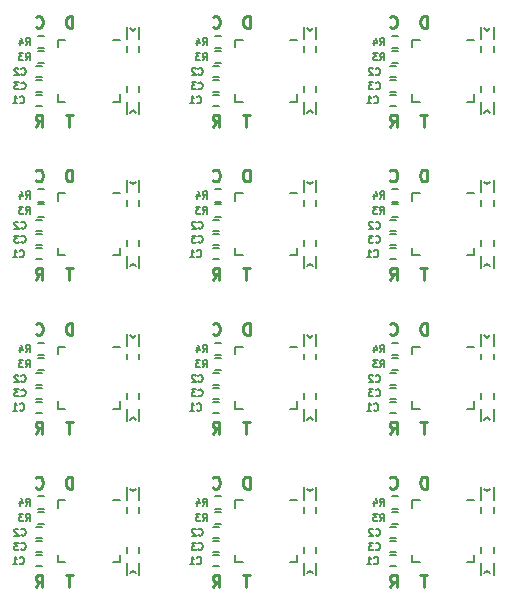
<source format=gbo>
%MOIN*%
%OFA0B0*%
%FSLAX46Y46*%
%IPPOS*%
%LPD*%
%ADD10C,0.0039370078740157488*%
%ADD11C,0.00984251968503937*%
%ADD12C,0.005905511811023622*%
%ADD23C,0.0039370078740157488*%
%ADD24C,0.00984251968503937*%
%ADD25C,0.005905511811023622*%
%ADD26C,0.0039370078740157488*%
%ADD27C,0.00984251968503937*%
%ADD28C,0.005905511811023622*%
%ADD29C,0.0039370078740157488*%
%ADD30C,0.00984251968503937*%
%ADD31C,0.005905511811023622*%
%ADD32C,0.0039370078740157488*%
%ADD33C,0.00984251968503937*%
%ADD34C,0.005905511811023622*%
%ADD35C,0.0039370078740157488*%
%ADD36C,0.00984251968503937*%
%ADD37C,0.005905511811023622*%
%ADD38C,0.0039370078740157488*%
%ADD39C,0.00984251968503937*%
%ADD40C,0.005905511811023622*%
%ADD41C,0.0039370078740157488*%
%ADD42C,0.00984251968503937*%
%ADD43C,0.005905511811023622*%
%ADD44C,0.0039370078740157488*%
%ADD45C,0.00984251968503937*%
%ADD46C,0.005905511811023622*%
%ADD47C,0.0039370078740157488*%
%ADD48C,0.00984251968503937*%
%ADD49C,0.005905511811023622*%
%ADD50C,0.0039370078740157488*%
%ADD51C,0.00984251968503937*%
%ADD52C,0.005905511811023622*%
%ADD53C,0.0039370078740157488*%
%ADD54C,0.00984251968503937*%
%ADD55C,0.005905511811023622*%
G01G01*
D10*
D11*
X0000203224Y0001896559D02*
X0000203224Y0001935929D01*
X0000193850Y0001935929D01*
X0000188226Y0001934055D01*
X0000184476Y0001930305D01*
X0000182602Y0001926556D01*
X0000180727Y0001919057D01*
X0000180727Y0001913432D01*
X0000182602Y0001905933D01*
X0000184476Y0001902184D01*
X0000188226Y0001898434D01*
X0000193850Y0001896559D01*
X0000203224Y0001896559D01*
X0000080333Y0001900309D02*
X0000082208Y0001898434D01*
X0000087832Y0001896559D01*
X0000091582Y0001896559D01*
X0000097206Y0001898434D01*
X0000100956Y0001902184D01*
X0000102830Y0001905933D01*
X0000104705Y0001913432D01*
X0000104705Y0001919057D01*
X0000102830Y0001926556D01*
X0000100956Y0001930305D01*
X0000097206Y0001934055D01*
X0000091582Y0001935929D01*
X0000087832Y0001935929D01*
X0000082208Y0001934055D01*
X0000080333Y0001932180D01*
X0000204161Y0001607189D02*
X0000181664Y0001607189D01*
X0000192913Y0001567819D02*
X0000192913Y0001607189D01*
X0000080333Y0001567819D02*
X0000093457Y0001586567D01*
X0000102830Y0001567819D02*
X0000102830Y0001607189D01*
X0000087832Y0001607189D01*
X0000084083Y0001605314D01*
X0000082208Y0001603440D01*
X0000080333Y0001599690D01*
X0000080333Y0001594066D01*
X0000082208Y0001590316D01*
X0000084083Y0001588442D01*
X0000087832Y0001586567D01*
X0000102830Y0001586567D01*
D12*
X0000426181Y0001702755D02*
X0000426181Y0001683070D01*
X0000384842Y0001683070D02*
X0000384842Y0001702755D01*
X0000405511Y0001887401D02*
X0000395669Y0001895275D01*
X0000415354Y0001895275D02*
X0000405511Y0001887401D01*
X0000426181Y0001901181D02*
X0000426181Y0001859842D01*
X0000384842Y0001901181D02*
X0000384842Y0001859842D01*
X0000101377Y0001636811D02*
X0000081692Y0001636811D01*
X0000081692Y0001674212D02*
X0000101377Y0001674212D01*
X0000081692Y0001768700D02*
X0000101377Y0001768700D01*
X0000101377Y0001731299D02*
X0000081692Y0001731299D01*
X0000081692Y0001721456D02*
X0000101377Y0001721456D01*
X0000101377Y0001684055D02*
X0000081692Y0001684055D01*
X0000405511Y0001622047D02*
X0000415354Y0001614173D01*
X0000395669Y0001614173D02*
X0000405511Y0001622047D01*
X0000384842Y0001608267D02*
X0000384842Y0001649606D01*
X0000426181Y0001608267D02*
X0000426181Y0001649606D01*
X0000426181Y0001834645D02*
X0000426181Y0001814960D01*
X0000384842Y0001814960D02*
X0000384842Y0001834645D01*
X0000108267Y0001778543D02*
X0000088582Y0001778543D01*
X0000088582Y0001819881D02*
X0000108267Y0001819881D01*
X0000108267Y0001829724D02*
X0000088582Y0001829724D01*
X0000088582Y0001871062D02*
X0000108267Y0001871062D01*
X0000155511Y0001857283D02*
X0000155511Y0001832677D01*
X0000362204Y0001650590D02*
X0000362204Y0001675196D01*
X0000155511Y0001650590D02*
X0000155511Y0001675196D01*
X0000362204Y0001857283D02*
X0000337598Y0001857283D01*
X0000362204Y0001650590D02*
X0000337598Y0001650590D01*
X0000155511Y0001650590D02*
X0000180118Y0001650590D01*
X0000155511Y0001857283D02*
X0000180118Y0001857283D01*
X0000027559Y0001647075D02*
X0000028683Y0001645950D01*
X0000032058Y0001644825D01*
X0000034308Y0001644825D01*
X0000037682Y0001645950D01*
X0000039932Y0001648200D01*
X0000041057Y0001650449D01*
X0000042182Y0001654949D01*
X0000042182Y0001658323D01*
X0000041057Y0001662823D01*
X0000039932Y0001665073D01*
X0000037682Y0001667322D01*
X0000034308Y0001668447D01*
X0000032058Y0001668447D01*
X0000028683Y0001667322D01*
X0000027559Y0001666197D01*
X0000005061Y0001644825D02*
X0000018560Y0001644825D01*
X0000011811Y0001644825D02*
X0000011811Y0001668447D01*
X0000014060Y0001665073D01*
X0000016310Y0001662823D01*
X0000018560Y0001661698D01*
X0000032480Y0001741563D02*
X0000033605Y0001740438D01*
X0000036979Y0001739313D01*
X0000039229Y0001739313D01*
X0000042604Y0001740438D01*
X0000044853Y0001742688D01*
X0000045978Y0001744938D01*
X0000047103Y0001749437D01*
X0000047103Y0001752812D01*
X0000045978Y0001757311D01*
X0000044853Y0001759561D01*
X0000042604Y0001761811D01*
X0000039229Y0001762935D01*
X0000036979Y0001762935D01*
X0000033605Y0001761811D01*
X0000032480Y0001760686D01*
X0000023481Y0001760686D02*
X0000022356Y0001761811D01*
X0000020106Y0001762935D01*
X0000014482Y0001762935D01*
X0000012232Y0001761811D01*
X0000011107Y0001760686D01*
X0000009983Y0001758436D01*
X0000009983Y0001756186D01*
X0000011107Y0001752812D01*
X0000024606Y0001739313D01*
X0000009983Y0001739313D01*
X0000032480Y0001694319D02*
X0000033605Y0001693194D01*
X0000036979Y0001692069D01*
X0000039229Y0001692069D01*
X0000042604Y0001693194D01*
X0000044853Y0001695444D01*
X0000045978Y0001697694D01*
X0000047103Y0001702193D01*
X0000047103Y0001705568D01*
X0000045978Y0001710067D01*
X0000044853Y0001712317D01*
X0000042604Y0001714566D01*
X0000039229Y0001715691D01*
X0000036979Y0001715691D01*
X0000033605Y0001714566D01*
X0000032480Y0001713442D01*
X0000024606Y0001715691D02*
X0000009983Y0001715691D01*
X0000017857Y0001706692D01*
X0000014482Y0001706692D01*
X0000012232Y0001705568D01*
X0000011107Y0001704443D01*
X0000009983Y0001702193D01*
X0000009983Y0001696569D01*
X0000011107Y0001694319D01*
X0000012232Y0001693194D01*
X0000014482Y0001692069D01*
X0000021231Y0001692069D01*
X0000023481Y0001693194D01*
X0000024606Y0001694319D01*
X0000047244Y0001788526D02*
X0000055118Y0001799775D01*
X0000060742Y0001788526D02*
X0000060742Y0001812148D01*
X0000051743Y0001812148D01*
X0000049493Y0001811023D01*
X0000048368Y0001809898D01*
X0000047244Y0001807649D01*
X0000047244Y0001804274D01*
X0000048368Y0001802024D01*
X0000049493Y0001800899D01*
X0000051743Y0001799775D01*
X0000060742Y0001799775D01*
X0000039370Y0001812148D02*
X0000024746Y0001812148D01*
X0000032620Y0001803149D01*
X0000029246Y0001803149D01*
X0000026996Y0001802024D01*
X0000025871Y0001800899D01*
X0000024746Y0001798650D01*
X0000024746Y0001793025D01*
X0000025871Y0001790776D01*
X0000026996Y0001789651D01*
X0000029246Y0001788526D01*
X0000035995Y0001788526D01*
X0000038245Y0001789651D01*
X0000039370Y0001790776D01*
X0000047244Y0001839707D02*
X0000055118Y0001850956D01*
X0000060742Y0001839707D02*
X0000060742Y0001863329D01*
X0000051743Y0001863329D01*
X0000049493Y0001862204D01*
X0000048368Y0001861079D01*
X0000047244Y0001858830D01*
X0000047244Y0001855455D01*
X0000048368Y0001853205D01*
X0000049493Y0001852081D01*
X0000051743Y0001850956D01*
X0000060742Y0001850956D01*
X0000026996Y0001855455D02*
X0000026996Y0001839707D01*
X0000032620Y0001864454D02*
X0000038245Y0001847581D01*
X0000023622Y0001847581D01*
G04 next file*
G04 #@! TF.GenerationSoftware,KiCad,Pcbnew,(2017-01-20 revision 550a1ea)-makepkg*
G04 #@! TF.CreationDate,2017-01-30T22:44:56+01:00*
G04 #@! TF.ProjectId,tomu,746F6D752E6B696361645F7063620000,rev?*
G04 #@! TF.FileFunction,Legend,Bot*
G04 #@! TF.FilePolarity,Positive*
G04 Gerber Fmt 4.6, Leading zero omitted, Abs format (unit mm)*
G04 Created by KiCad (PCBNEW (2017-01-20 revision 550a1ea)-makepkg) date 01/30/17 22:44:56*
G01G01*
G04 APERTURE LIST*
G04 APERTURE END LIST*
D23*
D24*
X0000793775Y0001896559D02*
X0000793775Y0001935929D01*
X0000784401Y0001935929D01*
X0000778777Y0001934055D01*
X0000775028Y0001930305D01*
X0000773153Y0001926556D01*
X0000771278Y0001919057D01*
X0000771278Y0001913432D01*
X0000773153Y0001905933D01*
X0000775028Y0001902184D01*
X0000778777Y0001898434D01*
X0000784401Y0001896559D01*
X0000793775Y0001896559D01*
X0000670884Y0001900309D02*
X0000672759Y0001898434D01*
X0000678383Y0001896559D01*
X0000682133Y0001896559D01*
X0000687757Y0001898434D01*
X0000691507Y0001902184D01*
X0000693382Y0001905933D01*
X0000695256Y0001913432D01*
X0000695256Y0001919057D01*
X0000693382Y0001926556D01*
X0000691507Y0001930305D01*
X0000687757Y0001934055D01*
X0000682133Y0001935929D01*
X0000678383Y0001935929D01*
X0000672759Y0001934055D01*
X0000670884Y0001932180D01*
X0000794713Y0001607189D02*
X0000772215Y0001607189D01*
X0000783464Y0001567819D02*
X0000783464Y0001607189D01*
X0000670884Y0001567819D02*
X0000684008Y0001586567D01*
X0000693382Y0001567819D02*
X0000693382Y0001607189D01*
X0000678383Y0001607189D01*
X0000674634Y0001605314D01*
X0000672759Y0001603440D01*
X0000670884Y0001599690D01*
X0000670884Y0001594066D01*
X0000672759Y0001590316D01*
X0000674634Y0001588442D01*
X0000678383Y0001586567D01*
X0000693382Y0001586567D01*
D25*
X0001016732Y0001702755D02*
X0001016732Y0001683070D01*
X0000975393Y0001683070D02*
X0000975393Y0001702755D01*
X0000996062Y0001887401D02*
X0000986220Y0001895275D01*
X0001005905Y0001895275D02*
X0000996062Y0001887401D01*
X0001016732Y0001901181D02*
X0001016732Y0001859842D01*
X0000975393Y0001901181D02*
X0000975393Y0001859842D01*
X0000691929Y0001636811D02*
X0000672244Y0001636811D01*
X0000672244Y0001674212D02*
X0000691929Y0001674212D01*
X0000672244Y0001768700D02*
X0000691929Y0001768700D01*
X0000691929Y0001731299D02*
X0000672244Y0001731299D01*
X0000672244Y0001721456D02*
X0000691929Y0001721456D01*
X0000691929Y0001684055D02*
X0000672244Y0001684055D01*
X0000996062Y0001622047D02*
X0001005905Y0001614173D01*
X0000986220Y0001614173D02*
X0000996062Y0001622047D01*
X0000975393Y0001608267D02*
X0000975393Y0001649606D01*
X0001016732Y0001608267D02*
X0001016732Y0001649606D01*
X0001016732Y0001834645D02*
X0001016732Y0001814960D01*
X0000975393Y0001814960D02*
X0000975393Y0001834645D01*
X0000698818Y0001778543D02*
X0000679133Y0001778543D01*
X0000679133Y0001819881D02*
X0000698818Y0001819881D01*
X0000698818Y0001829724D02*
X0000679133Y0001829724D01*
X0000679133Y0001871062D02*
X0000698818Y0001871062D01*
X0000746062Y0001857283D02*
X0000746062Y0001832677D01*
X0000952755Y0001650590D02*
X0000952755Y0001675196D01*
X0000746062Y0001650590D02*
X0000746062Y0001675196D01*
X0000952755Y0001857283D02*
X0000928149Y0001857283D01*
X0000952755Y0001650590D02*
X0000928149Y0001650590D01*
X0000746062Y0001650590D02*
X0000770669Y0001650590D01*
X0000746062Y0001857283D02*
X0000770669Y0001857283D01*
X0000618110Y0001647075D02*
X0000619235Y0001645950D01*
X0000622609Y0001644825D01*
X0000624859Y0001644825D01*
X0000628233Y0001645950D01*
X0000630483Y0001648200D01*
X0000631608Y0001650449D01*
X0000632733Y0001654949D01*
X0000632733Y0001658323D01*
X0000631608Y0001662823D01*
X0000630483Y0001665073D01*
X0000628233Y0001667322D01*
X0000624859Y0001668447D01*
X0000622609Y0001668447D01*
X0000619235Y0001667322D01*
X0000618110Y0001666197D01*
X0000595613Y0001644825D02*
X0000609111Y0001644825D01*
X0000602362Y0001644825D02*
X0000602362Y0001668447D01*
X0000604611Y0001665073D01*
X0000606861Y0001662823D01*
X0000609111Y0001661698D01*
X0000623031Y0001741563D02*
X0000624156Y0001740438D01*
X0000627530Y0001739313D01*
X0000629780Y0001739313D01*
X0000633155Y0001740438D01*
X0000635404Y0001742688D01*
X0000636529Y0001744938D01*
X0000637654Y0001749437D01*
X0000637654Y0001752812D01*
X0000636529Y0001757311D01*
X0000635404Y0001759561D01*
X0000633155Y0001761811D01*
X0000629780Y0001762935D01*
X0000627530Y0001762935D01*
X0000624156Y0001761811D01*
X0000623031Y0001760686D01*
X0000614032Y0001760686D02*
X0000612907Y0001761811D01*
X0000610658Y0001762935D01*
X0000605033Y0001762935D01*
X0000602784Y0001761811D01*
X0000601659Y0001760686D01*
X0000600534Y0001758436D01*
X0000600534Y0001756186D01*
X0000601659Y0001752812D01*
X0000615157Y0001739313D01*
X0000600534Y0001739313D01*
X0000623031Y0001694319D02*
X0000624156Y0001693194D01*
X0000627530Y0001692069D01*
X0000629780Y0001692069D01*
X0000633155Y0001693194D01*
X0000635404Y0001695444D01*
X0000636529Y0001697694D01*
X0000637654Y0001702193D01*
X0000637654Y0001705568D01*
X0000636529Y0001710067D01*
X0000635404Y0001712317D01*
X0000633155Y0001714566D01*
X0000629780Y0001715691D01*
X0000627530Y0001715691D01*
X0000624156Y0001714566D01*
X0000623031Y0001713442D01*
X0000615157Y0001715691D02*
X0000600534Y0001715691D01*
X0000608408Y0001706692D01*
X0000605033Y0001706692D01*
X0000602784Y0001705568D01*
X0000601659Y0001704443D01*
X0000600534Y0001702193D01*
X0000600534Y0001696569D01*
X0000601659Y0001694319D01*
X0000602784Y0001693194D01*
X0000605033Y0001692069D01*
X0000611782Y0001692069D01*
X0000614032Y0001693194D01*
X0000615157Y0001694319D01*
X0000637795Y0001788526D02*
X0000645669Y0001799775D01*
X0000651293Y0001788526D02*
X0000651293Y0001812148D01*
X0000642294Y0001812148D01*
X0000640044Y0001811023D01*
X0000638920Y0001809898D01*
X0000637795Y0001807649D01*
X0000637795Y0001804274D01*
X0000638920Y0001802024D01*
X0000640044Y0001800899D01*
X0000642294Y0001799775D01*
X0000651293Y0001799775D01*
X0000629921Y0001812148D02*
X0000615298Y0001812148D01*
X0000623172Y0001803149D01*
X0000619797Y0001803149D01*
X0000617547Y0001802024D01*
X0000616422Y0001800899D01*
X0000615298Y0001798650D01*
X0000615298Y0001793025D01*
X0000616422Y0001790776D01*
X0000617547Y0001789651D01*
X0000619797Y0001788526D01*
X0000626546Y0001788526D01*
X0000628796Y0001789651D01*
X0000629921Y0001790776D01*
X0000637795Y0001839707D02*
X0000645669Y0001850956D01*
X0000651293Y0001839707D02*
X0000651293Y0001863329D01*
X0000642294Y0001863329D01*
X0000640044Y0001862204D01*
X0000638920Y0001861079D01*
X0000637795Y0001858830D01*
X0000637795Y0001855455D01*
X0000638920Y0001853205D01*
X0000640044Y0001852081D01*
X0000642294Y0001850956D01*
X0000651293Y0001850956D01*
X0000617547Y0001855455D02*
X0000617547Y0001839707D01*
X0000623172Y0001864454D02*
X0000628796Y0001847581D01*
X0000614173Y0001847581D01*
G04 next file*
G04 #@! TF.GenerationSoftware,KiCad,Pcbnew,(2017-01-20 revision 550a1ea)-makepkg*
G04 #@! TF.CreationDate,2017-01-30T22:44:56+01:00*
G04 #@! TF.ProjectId,tomu,746F6D752E6B696361645F7063620000,rev?*
G04 #@! TF.FileFunction,Legend,Bot*
G04 #@! TF.FilePolarity,Positive*
G04 Gerber Fmt 4.6, Leading zero omitted, Abs format (unit mm)*
G04 Created by KiCad (PCBNEW (2017-01-20 revision 550a1ea)-makepkg) date 01/30/17 22:44:56*
G01G01*
G04 APERTURE LIST*
G04 APERTURE END LIST*
D26*
D27*
X0001384326Y0001896559D02*
X0001384326Y0001935929D01*
X0001374953Y0001935929D01*
X0001369328Y0001934055D01*
X0001365579Y0001930305D01*
X0001363704Y0001926556D01*
X0001361829Y0001919057D01*
X0001361829Y0001913432D01*
X0001363704Y0001905933D01*
X0001365579Y0001902184D01*
X0001369328Y0001898434D01*
X0001374953Y0001896559D01*
X0001384326Y0001896559D01*
X0001261436Y0001900309D02*
X0001263310Y0001898434D01*
X0001268935Y0001896559D01*
X0001272684Y0001896559D01*
X0001278308Y0001898434D01*
X0001282058Y0001902184D01*
X0001283933Y0001905933D01*
X0001285807Y0001913432D01*
X0001285807Y0001919057D01*
X0001283933Y0001926556D01*
X0001282058Y0001930305D01*
X0001278308Y0001934055D01*
X0001272684Y0001935929D01*
X0001268935Y0001935929D01*
X0001263310Y0001934055D01*
X0001261436Y0001932180D01*
X0001385264Y0001607189D02*
X0001362767Y0001607189D01*
X0001374015Y0001567819D02*
X0001374015Y0001607189D01*
X0001261436Y0001567819D02*
X0001274559Y0001586567D01*
X0001283933Y0001567819D02*
X0001283933Y0001607189D01*
X0001268935Y0001607189D01*
X0001265185Y0001605314D01*
X0001263310Y0001603440D01*
X0001261436Y0001599690D01*
X0001261436Y0001594066D01*
X0001263310Y0001590316D01*
X0001265185Y0001588442D01*
X0001268935Y0001586567D01*
X0001283933Y0001586567D01*
D28*
X0001607283Y0001702755D02*
X0001607283Y0001683070D01*
X0001565944Y0001683070D02*
X0001565944Y0001702755D01*
X0001586614Y0001887401D02*
X0001576771Y0001895275D01*
X0001596456Y0001895275D02*
X0001586614Y0001887401D01*
X0001607283Y0001901181D02*
X0001607283Y0001859842D01*
X0001565944Y0001901181D02*
X0001565944Y0001859842D01*
X0001282480Y0001636811D02*
X0001262795Y0001636811D01*
X0001262795Y0001674212D02*
X0001282480Y0001674212D01*
X0001262795Y0001768700D02*
X0001282480Y0001768700D01*
X0001282480Y0001731299D02*
X0001262795Y0001731299D01*
X0001262795Y0001721456D02*
X0001282480Y0001721456D01*
X0001282480Y0001684055D02*
X0001262795Y0001684055D01*
X0001586614Y0001622047D02*
X0001596456Y0001614173D01*
X0001576771Y0001614173D02*
X0001586614Y0001622047D01*
X0001565944Y0001608267D02*
X0001565944Y0001649606D01*
X0001607283Y0001608267D02*
X0001607283Y0001649606D01*
X0001607283Y0001834645D02*
X0001607283Y0001814960D01*
X0001565944Y0001814960D02*
X0001565944Y0001834645D01*
X0001289370Y0001778543D02*
X0001269685Y0001778543D01*
X0001269685Y0001819881D02*
X0001289370Y0001819881D01*
X0001289370Y0001829724D02*
X0001269685Y0001829724D01*
X0001269685Y0001871062D02*
X0001289370Y0001871062D01*
X0001336614Y0001857283D02*
X0001336614Y0001832677D01*
X0001543307Y0001650590D02*
X0001543307Y0001675196D01*
X0001336614Y0001650590D02*
X0001336614Y0001675196D01*
X0001543307Y0001857283D02*
X0001518700Y0001857283D01*
X0001543307Y0001650590D02*
X0001518700Y0001650590D01*
X0001336614Y0001650590D02*
X0001361220Y0001650590D01*
X0001336614Y0001857283D02*
X0001361220Y0001857283D01*
X0001208661Y0001647075D02*
X0001209786Y0001645950D01*
X0001213160Y0001644825D01*
X0001215410Y0001644825D01*
X0001218785Y0001645950D01*
X0001221034Y0001648200D01*
X0001222159Y0001650449D01*
X0001223284Y0001654949D01*
X0001223284Y0001658323D01*
X0001222159Y0001662823D01*
X0001221034Y0001665073D01*
X0001218785Y0001667322D01*
X0001215410Y0001668447D01*
X0001213160Y0001668447D01*
X0001209786Y0001667322D01*
X0001208661Y0001666197D01*
X0001186164Y0001644825D02*
X0001199662Y0001644825D01*
X0001192913Y0001644825D02*
X0001192913Y0001668447D01*
X0001195163Y0001665073D01*
X0001197412Y0001662823D01*
X0001199662Y0001661698D01*
X0001213582Y0001741563D02*
X0001214707Y0001740438D01*
X0001218082Y0001739313D01*
X0001220331Y0001739313D01*
X0001223706Y0001740438D01*
X0001225956Y0001742688D01*
X0001227080Y0001744938D01*
X0001228205Y0001749437D01*
X0001228205Y0001752812D01*
X0001227080Y0001757311D01*
X0001225956Y0001759561D01*
X0001223706Y0001761811D01*
X0001220331Y0001762935D01*
X0001218082Y0001762935D01*
X0001214707Y0001761811D01*
X0001213582Y0001760686D01*
X0001204583Y0001760686D02*
X0001203458Y0001761811D01*
X0001201209Y0001762935D01*
X0001195584Y0001762935D01*
X0001193335Y0001761811D01*
X0001192210Y0001760686D01*
X0001191085Y0001758436D01*
X0001191085Y0001756186D01*
X0001192210Y0001752812D01*
X0001205708Y0001739313D01*
X0001191085Y0001739313D01*
X0001213582Y0001694319D02*
X0001214707Y0001693194D01*
X0001218082Y0001692069D01*
X0001220331Y0001692069D01*
X0001223706Y0001693194D01*
X0001225956Y0001695444D01*
X0001227080Y0001697694D01*
X0001228205Y0001702193D01*
X0001228205Y0001705568D01*
X0001227080Y0001710067D01*
X0001225956Y0001712317D01*
X0001223706Y0001714566D01*
X0001220331Y0001715691D01*
X0001218082Y0001715691D01*
X0001214707Y0001714566D01*
X0001213582Y0001713442D01*
X0001205708Y0001715691D02*
X0001191085Y0001715691D01*
X0001198959Y0001706692D01*
X0001195584Y0001706692D01*
X0001193335Y0001705568D01*
X0001192210Y0001704443D01*
X0001191085Y0001702193D01*
X0001191085Y0001696569D01*
X0001192210Y0001694319D01*
X0001193335Y0001693194D01*
X0001195584Y0001692069D01*
X0001202334Y0001692069D01*
X0001204583Y0001693194D01*
X0001205708Y0001694319D01*
X0001228346Y0001788526D02*
X0001236220Y0001799775D01*
X0001241844Y0001788526D02*
X0001241844Y0001812148D01*
X0001232845Y0001812148D01*
X0001230596Y0001811023D01*
X0001229471Y0001809898D01*
X0001228346Y0001807649D01*
X0001228346Y0001804274D01*
X0001229471Y0001802024D01*
X0001230596Y0001800899D01*
X0001232845Y0001799775D01*
X0001241844Y0001799775D01*
X0001220472Y0001812148D02*
X0001205849Y0001812148D01*
X0001213723Y0001803149D01*
X0001210348Y0001803149D01*
X0001208098Y0001802024D01*
X0001206974Y0001800899D01*
X0001205849Y0001798650D01*
X0001205849Y0001793025D01*
X0001206974Y0001790776D01*
X0001208098Y0001789651D01*
X0001210348Y0001788526D01*
X0001217097Y0001788526D01*
X0001219347Y0001789651D01*
X0001220472Y0001790776D01*
X0001228346Y0001839707D02*
X0001236220Y0001850956D01*
X0001241844Y0001839707D02*
X0001241844Y0001863329D01*
X0001232845Y0001863329D01*
X0001230596Y0001862204D01*
X0001229471Y0001861079D01*
X0001228346Y0001858830D01*
X0001228346Y0001855455D01*
X0001229471Y0001853205D01*
X0001230596Y0001852081D01*
X0001232845Y0001850956D01*
X0001241844Y0001850956D01*
X0001208098Y0001855455D02*
X0001208098Y0001839707D01*
X0001213723Y0001864454D02*
X0001219347Y0001847581D01*
X0001204724Y0001847581D01*
G04 next file*
G04 #@! TF.GenerationSoftware,KiCad,Pcbnew,(2017-01-20 revision 550a1ea)-makepkg*
G04 #@! TF.CreationDate,2017-01-30T22:44:56+01:00*
G04 #@! TF.ProjectId,tomu,746F6D752E6B696361645F7063620000,rev?*
G04 #@! TF.FileFunction,Legend,Bot*
G04 #@! TF.FilePolarity,Positive*
G04 Gerber Fmt 4.6, Leading zero omitted, Abs format (unit mm)*
G04 Created by KiCad (PCBNEW (2017-01-20 revision 550a1ea)-makepkg) date 01/30/17 22:44:56*
G01G01*
G04 APERTURE LIST*
G04 APERTURE END LIST*
D29*
D30*
X0000203224Y0001384748D02*
X0000203224Y0001424118D01*
X0000193850Y0001424118D01*
X0000188226Y0001422244D01*
X0000184476Y0001418494D01*
X0000182602Y0001414745D01*
X0000180727Y0001407245D01*
X0000180727Y0001401621D01*
X0000182602Y0001394122D01*
X0000184476Y0001390373D01*
X0000188226Y0001386623D01*
X0000193850Y0001384748D01*
X0000203224Y0001384748D01*
X0000080333Y0001388498D02*
X0000082208Y0001386623D01*
X0000087832Y0001384748D01*
X0000091582Y0001384748D01*
X0000097206Y0001386623D01*
X0000100956Y0001390373D01*
X0000102830Y0001394122D01*
X0000104705Y0001401621D01*
X0000104705Y0001407245D01*
X0000102830Y0001414745D01*
X0000100956Y0001418494D01*
X0000097206Y0001422244D01*
X0000091582Y0001424118D01*
X0000087832Y0001424118D01*
X0000082208Y0001422244D01*
X0000080333Y0001420369D01*
X0000204161Y0001095378D02*
X0000181664Y0001095378D01*
X0000192913Y0001056008D02*
X0000192913Y0001095378D01*
X0000080333Y0001056008D02*
X0000093457Y0001074756D01*
X0000102830Y0001056008D02*
X0000102830Y0001095378D01*
X0000087832Y0001095378D01*
X0000084083Y0001093503D01*
X0000082208Y0001091629D01*
X0000080333Y0001087879D01*
X0000080333Y0001082255D01*
X0000082208Y0001078505D01*
X0000084083Y0001076631D01*
X0000087832Y0001074756D01*
X0000102830Y0001074756D01*
D31*
X0000426181Y0001190944D02*
X0000426181Y0001171259D01*
X0000384842Y0001171259D02*
X0000384842Y0001190944D01*
X0000405511Y0001375590D02*
X0000395669Y0001383464D01*
X0000415354Y0001383464D02*
X0000405511Y0001375590D01*
X0000426181Y0001389370D02*
X0000426181Y0001348031D01*
X0000384842Y0001389370D02*
X0000384842Y0001348031D01*
X0000101377Y0001125000D02*
X0000081692Y0001125000D01*
X0000081692Y0001162401D02*
X0000101377Y0001162401D01*
X0000081692Y0001256889D02*
X0000101377Y0001256889D01*
X0000101377Y0001219488D02*
X0000081692Y0001219488D01*
X0000081692Y0001209645D02*
X0000101377Y0001209645D01*
X0000101377Y0001172244D02*
X0000081692Y0001172244D01*
X0000405511Y0001110236D02*
X0000415354Y0001102362D01*
X0000395669Y0001102362D02*
X0000405511Y0001110236D01*
X0000384842Y0001096456D02*
X0000384842Y0001137795D01*
X0000426181Y0001096456D02*
X0000426181Y0001137795D01*
X0000426181Y0001322834D02*
X0000426181Y0001303149D01*
X0000384842Y0001303149D02*
X0000384842Y0001322834D01*
X0000108267Y0001266732D02*
X0000088582Y0001266732D01*
X0000088582Y0001308070D02*
X0000108267Y0001308070D01*
X0000108267Y0001317913D02*
X0000088582Y0001317913D01*
X0000088582Y0001359251D02*
X0000108267Y0001359251D01*
X0000155511Y0001345472D02*
X0000155511Y0001320866D01*
X0000362204Y0001138779D02*
X0000362204Y0001163385D01*
X0000155511Y0001138779D02*
X0000155511Y0001163385D01*
X0000362204Y0001345472D02*
X0000337598Y0001345472D01*
X0000362204Y0001138779D02*
X0000337598Y0001138779D01*
X0000155511Y0001138779D02*
X0000180118Y0001138779D01*
X0000155511Y0001345472D02*
X0000180118Y0001345472D01*
X0000027559Y0001135264D02*
X0000028683Y0001134139D01*
X0000032058Y0001133014D01*
X0000034308Y0001133014D01*
X0000037682Y0001134139D01*
X0000039932Y0001136389D01*
X0000041057Y0001138638D01*
X0000042182Y0001143138D01*
X0000042182Y0001146512D01*
X0000041057Y0001151012D01*
X0000039932Y0001153262D01*
X0000037682Y0001155511D01*
X0000034308Y0001156636D01*
X0000032058Y0001156636D01*
X0000028683Y0001155511D01*
X0000027559Y0001154386D01*
X0000005061Y0001133014D02*
X0000018560Y0001133014D01*
X0000011811Y0001133014D02*
X0000011811Y0001156636D01*
X0000014060Y0001153262D01*
X0000016310Y0001151012D01*
X0000018560Y0001149887D01*
X0000032480Y0001229752D02*
X0000033605Y0001228627D01*
X0000036979Y0001227502D01*
X0000039229Y0001227502D01*
X0000042604Y0001228627D01*
X0000044853Y0001230877D01*
X0000045978Y0001233127D01*
X0000047103Y0001237626D01*
X0000047103Y0001241001D01*
X0000045978Y0001245500D01*
X0000044853Y0001247750D01*
X0000042604Y0001250000D01*
X0000039229Y0001251124D01*
X0000036979Y0001251124D01*
X0000033605Y0001250000D01*
X0000032480Y0001248875D01*
X0000023481Y0001248875D02*
X0000022356Y0001250000D01*
X0000020106Y0001251124D01*
X0000014482Y0001251124D01*
X0000012232Y0001250000D01*
X0000011107Y0001248875D01*
X0000009983Y0001246625D01*
X0000009983Y0001244375D01*
X0000011107Y0001241001D01*
X0000024606Y0001227502D01*
X0000009983Y0001227502D01*
X0000032480Y0001182508D02*
X0000033605Y0001181383D01*
X0000036979Y0001180258D01*
X0000039229Y0001180258D01*
X0000042604Y0001181383D01*
X0000044853Y0001183633D01*
X0000045978Y0001185883D01*
X0000047103Y0001190382D01*
X0000047103Y0001193757D01*
X0000045978Y0001198256D01*
X0000044853Y0001200506D01*
X0000042604Y0001202755D01*
X0000039229Y0001203880D01*
X0000036979Y0001203880D01*
X0000033605Y0001202755D01*
X0000032480Y0001201631D01*
X0000024606Y0001203880D02*
X0000009983Y0001203880D01*
X0000017857Y0001194881D01*
X0000014482Y0001194881D01*
X0000012232Y0001193757D01*
X0000011107Y0001192632D01*
X0000009983Y0001190382D01*
X0000009983Y0001184758D01*
X0000011107Y0001182508D01*
X0000012232Y0001181383D01*
X0000014482Y0001180258D01*
X0000021231Y0001180258D01*
X0000023481Y0001181383D01*
X0000024606Y0001182508D01*
X0000047244Y0001276715D02*
X0000055118Y0001287964D01*
X0000060742Y0001276715D02*
X0000060742Y0001300337D01*
X0000051743Y0001300337D01*
X0000049493Y0001299212D01*
X0000048368Y0001298087D01*
X0000047244Y0001295837D01*
X0000047244Y0001292463D01*
X0000048368Y0001290213D01*
X0000049493Y0001289088D01*
X0000051743Y0001287964D01*
X0000060742Y0001287964D01*
X0000039370Y0001300337D02*
X0000024746Y0001300337D01*
X0000032620Y0001291338D01*
X0000029246Y0001291338D01*
X0000026996Y0001290213D01*
X0000025871Y0001289088D01*
X0000024746Y0001286839D01*
X0000024746Y0001281214D01*
X0000025871Y0001278965D01*
X0000026996Y0001277840D01*
X0000029246Y0001276715D01*
X0000035995Y0001276715D01*
X0000038245Y0001277840D01*
X0000039370Y0001278965D01*
X0000047244Y0001327896D02*
X0000055118Y0001339145D01*
X0000060742Y0001327896D02*
X0000060742Y0001351518D01*
X0000051743Y0001351518D01*
X0000049493Y0001350393D01*
X0000048368Y0001349268D01*
X0000047244Y0001347019D01*
X0000047244Y0001343644D01*
X0000048368Y0001341394D01*
X0000049493Y0001340270D01*
X0000051743Y0001339145D01*
X0000060742Y0001339145D01*
X0000026996Y0001343644D02*
X0000026996Y0001327896D01*
X0000032620Y0001352643D02*
X0000038245Y0001335770D01*
X0000023622Y0001335770D01*
G04 next file*
G04 #@! TF.GenerationSoftware,KiCad,Pcbnew,(2017-01-20 revision 550a1ea)-makepkg*
G04 #@! TF.CreationDate,2017-01-30T22:44:56+01:00*
G04 #@! TF.ProjectId,tomu,746F6D752E6B696361645F7063620000,rev?*
G04 #@! TF.FileFunction,Legend,Bot*
G04 #@! TF.FilePolarity,Positive*
G04 Gerber Fmt 4.6, Leading zero omitted, Abs format (unit mm)*
G04 Created by KiCad (PCBNEW (2017-01-20 revision 550a1ea)-makepkg) date 01/30/17 22:44:56*
G01G01*
G04 APERTURE LIST*
G04 APERTURE END LIST*
D32*
D33*
X0000793775Y0001384748D02*
X0000793775Y0001424118D01*
X0000784401Y0001424118D01*
X0000778777Y0001422244D01*
X0000775028Y0001418494D01*
X0000773153Y0001414745D01*
X0000771278Y0001407245D01*
X0000771278Y0001401621D01*
X0000773153Y0001394122D01*
X0000775028Y0001390373D01*
X0000778777Y0001386623D01*
X0000784401Y0001384748D01*
X0000793775Y0001384748D01*
X0000670884Y0001388498D02*
X0000672759Y0001386623D01*
X0000678383Y0001384748D01*
X0000682133Y0001384748D01*
X0000687757Y0001386623D01*
X0000691507Y0001390373D01*
X0000693382Y0001394122D01*
X0000695256Y0001401621D01*
X0000695256Y0001407245D01*
X0000693382Y0001414745D01*
X0000691507Y0001418494D01*
X0000687757Y0001422244D01*
X0000682133Y0001424118D01*
X0000678383Y0001424118D01*
X0000672759Y0001422244D01*
X0000670884Y0001420369D01*
X0000794713Y0001095378D02*
X0000772215Y0001095378D01*
X0000783464Y0001056008D02*
X0000783464Y0001095378D01*
X0000670884Y0001056008D02*
X0000684008Y0001074756D01*
X0000693382Y0001056008D02*
X0000693382Y0001095378D01*
X0000678383Y0001095378D01*
X0000674634Y0001093503D01*
X0000672759Y0001091629D01*
X0000670884Y0001087879D01*
X0000670884Y0001082255D01*
X0000672759Y0001078505D01*
X0000674634Y0001076631D01*
X0000678383Y0001074756D01*
X0000693382Y0001074756D01*
D34*
X0001016732Y0001190944D02*
X0001016732Y0001171259D01*
X0000975393Y0001171259D02*
X0000975393Y0001190944D01*
X0000996062Y0001375590D02*
X0000986220Y0001383464D01*
X0001005905Y0001383464D02*
X0000996062Y0001375590D01*
X0001016732Y0001389370D02*
X0001016732Y0001348031D01*
X0000975393Y0001389370D02*
X0000975393Y0001348031D01*
X0000691929Y0001125000D02*
X0000672244Y0001125000D01*
X0000672244Y0001162401D02*
X0000691929Y0001162401D01*
X0000672244Y0001256889D02*
X0000691929Y0001256889D01*
X0000691929Y0001219488D02*
X0000672244Y0001219488D01*
X0000672244Y0001209645D02*
X0000691929Y0001209645D01*
X0000691929Y0001172244D02*
X0000672244Y0001172244D01*
X0000996062Y0001110236D02*
X0001005905Y0001102362D01*
X0000986220Y0001102362D02*
X0000996062Y0001110236D01*
X0000975393Y0001096456D02*
X0000975393Y0001137795D01*
X0001016732Y0001096456D02*
X0001016732Y0001137795D01*
X0001016732Y0001322834D02*
X0001016732Y0001303149D01*
X0000975393Y0001303149D02*
X0000975393Y0001322834D01*
X0000698818Y0001266732D02*
X0000679133Y0001266732D01*
X0000679133Y0001308070D02*
X0000698818Y0001308070D01*
X0000698818Y0001317913D02*
X0000679133Y0001317913D01*
X0000679133Y0001359251D02*
X0000698818Y0001359251D01*
X0000746062Y0001345472D02*
X0000746062Y0001320866D01*
X0000952755Y0001138779D02*
X0000952755Y0001163385D01*
X0000746062Y0001138779D02*
X0000746062Y0001163385D01*
X0000952755Y0001345472D02*
X0000928149Y0001345472D01*
X0000952755Y0001138779D02*
X0000928149Y0001138779D01*
X0000746062Y0001138779D02*
X0000770669Y0001138779D01*
X0000746062Y0001345472D02*
X0000770669Y0001345472D01*
X0000618110Y0001135264D02*
X0000619235Y0001134139D01*
X0000622609Y0001133014D01*
X0000624859Y0001133014D01*
X0000628233Y0001134139D01*
X0000630483Y0001136389D01*
X0000631608Y0001138638D01*
X0000632733Y0001143138D01*
X0000632733Y0001146512D01*
X0000631608Y0001151012D01*
X0000630483Y0001153262D01*
X0000628233Y0001155511D01*
X0000624859Y0001156636D01*
X0000622609Y0001156636D01*
X0000619235Y0001155511D01*
X0000618110Y0001154386D01*
X0000595613Y0001133014D02*
X0000609111Y0001133014D01*
X0000602362Y0001133014D02*
X0000602362Y0001156636D01*
X0000604611Y0001153262D01*
X0000606861Y0001151012D01*
X0000609111Y0001149887D01*
X0000623031Y0001229752D02*
X0000624156Y0001228627D01*
X0000627530Y0001227502D01*
X0000629780Y0001227502D01*
X0000633155Y0001228627D01*
X0000635404Y0001230877D01*
X0000636529Y0001233127D01*
X0000637654Y0001237626D01*
X0000637654Y0001241001D01*
X0000636529Y0001245500D01*
X0000635404Y0001247750D01*
X0000633155Y0001250000D01*
X0000629780Y0001251124D01*
X0000627530Y0001251124D01*
X0000624156Y0001250000D01*
X0000623031Y0001248875D01*
X0000614032Y0001248875D02*
X0000612907Y0001250000D01*
X0000610658Y0001251124D01*
X0000605033Y0001251124D01*
X0000602784Y0001250000D01*
X0000601659Y0001248875D01*
X0000600534Y0001246625D01*
X0000600534Y0001244375D01*
X0000601659Y0001241001D01*
X0000615157Y0001227502D01*
X0000600534Y0001227502D01*
X0000623031Y0001182508D02*
X0000624156Y0001181383D01*
X0000627530Y0001180258D01*
X0000629780Y0001180258D01*
X0000633155Y0001181383D01*
X0000635404Y0001183633D01*
X0000636529Y0001185883D01*
X0000637654Y0001190382D01*
X0000637654Y0001193757D01*
X0000636529Y0001198256D01*
X0000635404Y0001200506D01*
X0000633155Y0001202755D01*
X0000629780Y0001203880D01*
X0000627530Y0001203880D01*
X0000624156Y0001202755D01*
X0000623031Y0001201631D01*
X0000615157Y0001203880D02*
X0000600534Y0001203880D01*
X0000608408Y0001194881D01*
X0000605033Y0001194881D01*
X0000602784Y0001193757D01*
X0000601659Y0001192632D01*
X0000600534Y0001190382D01*
X0000600534Y0001184758D01*
X0000601659Y0001182508D01*
X0000602784Y0001181383D01*
X0000605033Y0001180258D01*
X0000611782Y0001180258D01*
X0000614032Y0001181383D01*
X0000615157Y0001182508D01*
X0000637795Y0001276715D02*
X0000645669Y0001287964D01*
X0000651293Y0001276715D02*
X0000651293Y0001300337D01*
X0000642294Y0001300337D01*
X0000640044Y0001299212D01*
X0000638920Y0001298087D01*
X0000637795Y0001295837D01*
X0000637795Y0001292463D01*
X0000638920Y0001290213D01*
X0000640044Y0001289088D01*
X0000642294Y0001287964D01*
X0000651293Y0001287964D01*
X0000629921Y0001300337D02*
X0000615298Y0001300337D01*
X0000623172Y0001291338D01*
X0000619797Y0001291338D01*
X0000617547Y0001290213D01*
X0000616422Y0001289088D01*
X0000615298Y0001286839D01*
X0000615298Y0001281214D01*
X0000616422Y0001278965D01*
X0000617547Y0001277840D01*
X0000619797Y0001276715D01*
X0000626546Y0001276715D01*
X0000628796Y0001277840D01*
X0000629921Y0001278965D01*
X0000637795Y0001327896D02*
X0000645669Y0001339145D01*
X0000651293Y0001327896D02*
X0000651293Y0001351518D01*
X0000642294Y0001351518D01*
X0000640044Y0001350393D01*
X0000638920Y0001349268D01*
X0000637795Y0001347019D01*
X0000637795Y0001343644D01*
X0000638920Y0001341394D01*
X0000640044Y0001340270D01*
X0000642294Y0001339145D01*
X0000651293Y0001339145D01*
X0000617547Y0001343644D02*
X0000617547Y0001327896D01*
X0000623172Y0001352643D02*
X0000628796Y0001335770D01*
X0000614173Y0001335770D01*
G04 next file*
G04 #@! TF.GenerationSoftware,KiCad,Pcbnew,(2017-01-20 revision 550a1ea)-makepkg*
G04 #@! TF.CreationDate,2017-01-30T22:44:56+01:00*
G04 #@! TF.ProjectId,tomu,746F6D752E6B696361645F7063620000,rev?*
G04 #@! TF.FileFunction,Legend,Bot*
G04 #@! TF.FilePolarity,Positive*
G04 Gerber Fmt 4.6, Leading zero omitted, Abs format (unit mm)*
G04 Created by KiCad (PCBNEW (2017-01-20 revision 550a1ea)-makepkg) date 01/30/17 22:44:56*
G01G01*
G04 APERTURE LIST*
G04 APERTURE END LIST*
D35*
D36*
X0001384326Y0001384748D02*
X0001384326Y0001424118D01*
X0001374953Y0001424118D01*
X0001369328Y0001422244D01*
X0001365579Y0001418494D01*
X0001363704Y0001414745D01*
X0001361829Y0001407245D01*
X0001361829Y0001401621D01*
X0001363704Y0001394122D01*
X0001365579Y0001390373D01*
X0001369328Y0001386623D01*
X0001374953Y0001384748D01*
X0001384326Y0001384748D01*
X0001261436Y0001388498D02*
X0001263310Y0001386623D01*
X0001268935Y0001384748D01*
X0001272684Y0001384748D01*
X0001278308Y0001386623D01*
X0001282058Y0001390373D01*
X0001283933Y0001394122D01*
X0001285807Y0001401621D01*
X0001285807Y0001407245D01*
X0001283933Y0001414745D01*
X0001282058Y0001418494D01*
X0001278308Y0001422244D01*
X0001272684Y0001424118D01*
X0001268935Y0001424118D01*
X0001263310Y0001422244D01*
X0001261436Y0001420369D01*
X0001385264Y0001095378D02*
X0001362767Y0001095378D01*
X0001374015Y0001056008D02*
X0001374015Y0001095378D01*
X0001261436Y0001056008D02*
X0001274559Y0001074756D01*
X0001283933Y0001056008D02*
X0001283933Y0001095378D01*
X0001268935Y0001095378D01*
X0001265185Y0001093503D01*
X0001263310Y0001091629D01*
X0001261436Y0001087879D01*
X0001261436Y0001082255D01*
X0001263310Y0001078505D01*
X0001265185Y0001076631D01*
X0001268935Y0001074756D01*
X0001283933Y0001074756D01*
D37*
X0001607283Y0001190944D02*
X0001607283Y0001171259D01*
X0001565944Y0001171259D02*
X0001565944Y0001190944D01*
X0001586614Y0001375590D02*
X0001576771Y0001383464D01*
X0001596456Y0001383464D02*
X0001586614Y0001375590D01*
X0001607283Y0001389370D02*
X0001607283Y0001348031D01*
X0001565944Y0001389370D02*
X0001565944Y0001348031D01*
X0001282480Y0001125000D02*
X0001262795Y0001125000D01*
X0001262795Y0001162401D02*
X0001282480Y0001162401D01*
X0001262795Y0001256889D02*
X0001282480Y0001256889D01*
X0001282480Y0001219488D02*
X0001262795Y0001219488D01*
X0001262795Y0001209645D02*
X0001282480Y0001209645D01*
X0001282480Y0001172244D02*
X0001262795Y0001172244D01*
X0001586614Y0001110236D02*
X0001596456Y0001102362D01*
X0001576771Y0001102362D02*
X0001586614Y0001110236D01*
X0001565944Y0001096456D02*
X0001565944Y0001137795D01*
X0001607283Y0001096456D02*
X0001607283Y0001137795D01*
X0001607283Y0001322834D02*
X0001607283Y0001303149D01*
X0001565944Y0001303149D02*
X0001565944Y0001322834D01*
X0001289370Y0001266732D02*
X0001269685Y0001266732D01*
X0001269685Y0001308070D02*
X0001289370Y0001308070D01*
X0001289370Y0001317913D02*
X0001269685Y0001317913D01*
X0001269685Y0001359251D02*
X0001289370Y0001359251D01*
X0001336614Y0001345472D02*
X0001336614Y0001320866D01*
X0001543307Y0001138779D02*
X0001543307Y0001163385D01*
X0001336614Y0001138779D02*
X0001336614Y0001163385D01*
X0001543307Y0001345472D02*
X0001518700Y0001345472D01*
X0001543307Y0001138779D02*
X0001518700Y0001138779D01*
X0001336614Y0001138779D02*
X0001361220Y0001138779D01*
X0001336614Y0001345472D02*
X0001361220Y0001345472D01*
X0001208661Y0001135264D02*
X0001209786Y0001134139D01*
X0001213160Y0001133014D01*
X0001215410Y0001133014D01*
X0001218785Y0001134139D01*
X0001221034Y0001136389D01*
X0001222159Y0001138638D01*
X0001223284Y0001143138D01*
X0001223284Y0001146512D01*
X0001222159Y0001151012D01*
X0001221034Y0001153262D01*
X0001218785Y0001155511D01*
X0001215410Y0001156636D01*
X0001213160Y0001156636D01*
X0001209786Y0001155511D01*
X0001208661Y0001154386D01*
X0001186164Y0001133014D02*
X0001199662Y0001133014D01*
X0001192913Y0001133014D02*
X0001192913Y0001156636D01*
X0001195163Y0001153262D01*
X0001197412Y0001151012D01*
X0001199662Y0001149887D01*
X0001213582Y0001229752D02*
X0001214707Y0001228627D01*
X0001218082Y0001227502D01*
X0001220331Y0001227502D01*
X0001223706Y0001228627D01*
X0001225956Y0001230877D01*
X0001227080Y0001233127D01*
X0001228205Y0001237626D01*
X0001228205Y0001241001D01*
X0001227080Y0001245500D01*
X0001225956Y0001247750D01*
X0001223706Y0001250000D01*
X0001220331Y0001251124D01*
X0001218082Y0001251124D01*
X0001214707Y0001250000D01*
X0001213582Y0001248875D01*
X0001204583Y0001248875D02*
X0001203458Y0001250000D01*
X0001201209Y0001251124D01*
X0001195584Y0001251124D01*
X0001193335Y0001250000D01*
X0001192210Y0001248875D01*
X0001191085Y0001246625D01*
X0001191085Y0001244375D01*
X0001192210Y0001241001D01*
X0001205708Y0001227502D01*
X0001191085Y0001227502D01*
X0001213582Y0001182508D02*
X0001214707Y0001181383D01*
X0001218082Y0001180258D01*
X0001220331Y0001180258D01*
X0001223706Y0001181383D01*
X0001225956Y0001183633D01*
X0001227080Y0001185883D01*
X0001228205Y0001190382D01*
X0001228205Y0001193757D01*
X0001227080Y0001198256D01*
X0001225956Y0001200506D01*
X0001223706Y0001202755D01*
X0001220331Y0001203880D01*
X0001218082Y0001203880D01*
X0001214707Y0001202755D01*
X0001213582Y0001201631D01*
X0001205708Y0001203880D02*
X0001191085Y0001203880D01*
X0001198959Y0001194881D01*
X0001195584Y0001194881D01*
X0001193335Y0001193757D01*
X0001192210Y0001192632D01*
X0001191085Y0001190382D01*
X0001191085Y0001184758D01*
X0001192210Y0001182508D01*
X0001193335Y0001181383D01*
X0001195584Y0001180258D01*
X0001202334Y0001180258D01*
X0001204583Y0001181383D01*
X0001205708Y0001182508D01*
X0001228346Y0001276715D02*
X0001236220Y0001287964D01*
X0001241844Y0001276715D02*
X0001241844Y0001300337D01*
X0001232845Y0001300337D01*
X0001230596Y0001299212D01*
X0001229471Y0001298087D01*
X0001228346Y0001295837D01*
X0001228346Y0001292463D01*
X0001229471Y0001290213D01*
X0001230596Y0001289088D01*
X0001232845Y0001287964D01*
X0001241844Y0001287964D01*
X0001220472Y0001300337D02*
X0001205849Y0001300337D01*
X0001213723Y0001291338D01*
X0001210348Y0001291338D01*
X0001208098Y0001290213D01*
X0001206974Y0001289088D01*
X0001205849Y0001286839D01*
X0001205849Y0001281214D01*
X0001206974Y0001278965D01*
X0001208098Y0001277840D01*
X0001210348Y0001276715D01*
X0001217097Y0001276715D01*
X0001219347Y0001277840D01*
X0001220472Y0001278965D01*
X0001228346Y0001327896D02*
X0001236220Y0001339145D01*
X0001241844Y0001327896D02*
X0001241844Y0001351518D01*
X0001232845Y0001351518D01*
X0001230596Y0001350393D01*
X0001229471Y0001349268D01*
X0001228346Y0001347019D01*
X0001228346Y0001343644D01*
X0001229471Y0001341394D01*
X0001230596Y0001340270D01*
X0001232845Y0001339145D01*
X0001241844Y0001339145D01*
X0001208098Y0001343644D02*
X0001208098Y0001327896D01*
X0001213723Y0001352643D02*
X0001219347Y0001335770D01*
X0001204724Y0001335770D01*
G04 next file*
G04 #@! TF.GenerationSoftware,KiCad,Pcbnew,(2017-01-20 revision 550a1ea)-makepkg*
G04 #@! TF.CreationDate,2017-01-30T22:44:56+01:00*
G04 #@! TF.ProjectId,tomu,746F6D752E6B696361645F7063620000,rev?*
G04 #@! TF.FileFunction,Legend,Bot*
G04 #@! TF.FilePolarity,Positive*
G04 Gerber Fmt 4.6, Leading zero omitted, Abs format (unit mm)*
G04 Created by KiCad (PCBNEW (2017-01-20 revision 550a1ea)-makepkg) date 01/30/17 22:44:56*
G01G01*
G04 APERTURE LIST*
G04 APERTURE END LIST*
D38*
D39*
X0000203224Y0000872937D02*
X0000203224Y0000912307D01*
X0000193850Y0000912307D01*
X0000188226Y0000910433D01*
X0000184476Y0000906683D01*
X0000182602Y0000902934D01*
X0000180727Y0000895434D01*
X0000180727Y0000889810D01*
X0000182602Y0000882311D01*
X0000184476Y0000878562D01*
X0000188226Y0000874812D01*
X0000193850Y0000872937D01*
X0000203224Y0000872937D01*
X0000080333Y0000876687D02*
X0000082208Y0000874812D01*
X0000087832Y0000872937D01*
X0000091582Y0000872937D01*
X0000097206Y0000874812D01*
X0000100956Y0000878562D01*
X0000102830Y0000882311D01*
X0000104705Y0000889810D01*
X0000104705Y0000895434D01*
X0000102830Y0000902934D01*
X0000100956Y0000906683D01*
X0000097206Y0000910433D01*
X0000091582Y0000912307D01*
X0000087832Y0000912307D01*
X0000082208Y0000910433D01*
X0000080333Y0000908558D01*
X0000204161Y0000583567D02*
X0000181664Y0000583567D01*
X0000192913Y0000544197D02*
X0000192913Y0000583567D01*
X0000080333Y0000544197D02*
X0000093457Y0000562945D01*
X0000102830Y0000544197D02*
X0000102830Y0000583567D01*
X0000087832Y0000583567D01*
X0000084083Y0000581692D01*
X0000082208Y0000579818D01*
X0000080333Y0000576068D01*
X0000080333Y0000570444D01*
X0000082208Y0000566694D01*
X0000084083Y0000564820D01*
X0000087832Y0000562945D01*
X0000102830Y0000562945D01*
D40*
X0000426181Y0000679133D02*
X0000426181Y0000659448D01*
X0000384842Y0000659448D02*
X0000384842Y0000679133D01*
X0000405511Y0000863779D02*
X0000395669Y0000871653D01*
X0000415354Y0000871653D02*
X0000405511Y0000863779D01*
X0000426181Y0000877559D02*
X0000426181Y0000836220D01*
X0000384842Y0000877559D02*
X0000384842Y0000836220D01*
X0000101377Y0000613188D02*
X0000081692Y0000613188D01*
X0000081692Y0000650590D02*
X0000101377Y0000650590D01*
X0000081692Y0000745078D02*
X0000101377Y0000745078D01*
X0000101377Y0000707677D02*
X0000081692Y0000707677D01*
X0000081692Y0000697834D02*
X0000101377Y0000697834D01*
X0000101377Y0000660433D02*
X0000081692Y0000660433D01*
X0000405511Y0000598425D02*
X0000415354Y0000590551D01*
X0000395669Y0000590551D02*
X0000405511Y0000598425D01*
X0000384842Y0000584645D02*
X0000384842Y0000625984D01*
X0000426181Y0000584645D02*
X0000426181Y0000625984D01*
X0000426181Y0000811023D02*
X0000426181Y0000791338D01*
X0000384842Y0000791338D02*
X0000384842Y0000811023D01*
X0000108267Y0000754921D02*
X0000088582Y0000754921D01*
X0000088582Y0000796259D02*
X0000108267Y0000796259D01*
X0000108267Y0000806102D02*
X0000088582Y0000806102D01*
X0000088582Y0000847440D02*
X0000108267Y0000847440D01*
X0000155511Y0000833661D02*
X0000155511Y0000809055D01*
X0000362204Y0000626968D02*
X0000362204Y0000651574D01*
X0000155511Y0000626968D02*
X0000155511Y0000651574D01*
X0000362204Y0000833661D02*
X0000337598Y0000833661D01*
X0000362204Y0000626968D02*
X0000337598Y0000626968D01*
X0000155511Y0000626968D02*
X0000180118Y0000626968D01*
X0000155511Y0000833661D02*
X0000180118Y0000833661D01*
X0000027559Y0000623453D02*
X0000028683Y0000622328D01*
X0000032058Y0000621203D01*
X0000034308Y0000621203D01*
X0000037682Y0000622328D01*
X0000039932Y0000624578D01*
X0000041057Y0000626827D01*
X0000042182Y0000631327D01*
X0000042182Y0000634701D01*
X0000041057Y0000639201D01*
X0000039932Y0000641451D01*
X0000037682Y0000643700D01*
X0000034308Y0000644825D01*
X0000032058Y0000644825D01*
X0000028683Y0000643700D01*
X0000027559Y0000642575D01*
X0000005061Y0000621203D02*
X0000018560Y0000621203D01*
X0000011811Y0000621203D02*
X0000011811Y0000644825D01*
X0000014060Y0000641451D01*
X0000016310Y0000639201D01*
X0000018560Y0000638076D01*
X0000032480Y0000717941D02*
X0000033605Y0000716816D01*
X0000036979Y0000715691D01*
X0000039229Y0000715691D01*
X0000042604Y0000716816D01*
X0000044853Y0000719066D01*
X0000045978Y0000721316D01*
X0000047103Y0000725815D01*
X0000047103Y0000729190D01*
X0000045978Y0000733689D01*
X0000044853Y0000735939D01*
X0000042604Y0000738188D01*
X0000039229Y0000739313D01*
X0000036979Y0000739313D01*
X0000033605Y0000738188D01*
X0000032480Y0000737064D01*
X0000023481Y0000737064D02*
X0000022356Y0000738188D01*
X0000020106Y0000739313D01*
X0000014482Y0000739313D01*
X0000012232Y0000738188D01*
X0000011107Y0000737064D01*
X0000009983Y0000734814D01*
X0000009983Y0000732564D01*
X0000011107Y0000729190D01*
X0000024606Y0000715691D01*
X0000009983Y0000715691D01*
X0000032480Y0000670697D02*
X0000033605Y0000669572D01*
X0000036979Y0000668447D01*
X0000039229Y0000668447D01*
X0000042604Y0000669572D01*
X0000044853Y0000671822D01*
X0000045978Y0000674072D01*
X0000047103Y0000678571D01*
X0000047103Y0000681946D01*
X0000045978Y0000686445D01*
X0000044853Y0000688695D01*
X0000042604Y0000690944D01*
X0000039229Y0000692069D01*
X0000036979Y0000692069D01*
X0000033605Y0000690944D01*
X0000032480Y0000689820D01*
X0000024606Y0000692069D02*
X0000009983Y0000692069D01*
X0000017857Y0000683070D01*
X0000014482Y0000683070D01*
X0000012232Y0000681946D01*
X0000011107Y0000680821D01*
X0000009983Y0000678571D01*
X0000009983Y0000672947D01*
X0000011107Y0000670697D01*
X0000012232Y0000669572D01*
X0000014482Y0000668447D01*
X0000021231Y0000668447D01*
X0000023481Y0000669572D01*
X0000024606Y0000670697D01*
X0000047244Y0000764904D02*
X0000055118Y0000776152D01*
X0000060742Y0000764904D02*
X0000060742Y0000788526D01*
X0000051743Y0000788526D01*
X0000049493Y0000787401D01*
X0000048368Y0000786276D01*
X0000047244Y0000784027D01*
X0000047244Y0000780652D01*
X0000048368Y0000778402D01*
X0000049493Y0000777277D01*
X0000051743Y0000776152D01*
X0000060742Y0000776152D01*
X0000039370Y0000788526D02*
X0000024746Y0000788526D01*
X0000032620Y0000779527D01*
X0000029246Y0000779527D01*
X0000026996Y0000778402D01*
X0000025871Y0000777277D01*
X0000024746Y0000775028D01*
X0000024746Y0000769403D01*
X0000025871Y0000767154D01*
X0000026996Y0000766029D01*
X0000029246Y0000764904D01*
X0000035995Y0000764904D01*
X0000038245Y0000766029D01*
X0000039370Y0000767154D01*
X0000047244Y0000816085D02*
X0000055118Y0000827334D01*
X0000060742Y0000816085D02*
X0000060742Y0000839707D01*
X0000051743Y0000839707D01*
X0000049493Y0000838582D01*
X0000048368Y0000837457D01*
X0000047244Y0000835208D01*
X0000047244Y0000831833D01*
X0000048368Y0000829583D01*
X0000049493Y0000828458D01*
X0000051743Y0000827334D01*
X0000060742Y0000827334D01*
X0000026996Y0000831833D02*
X0000026996Y0000816085D01*
X0000032620Y0000840832D02*
X0000038245Y0000823959D01*
X0000023622Y0000823959D01*
G04 next file*
G04 #@! TF.GenerationSoftware,KiCad,Pcbnew,(2017-01-20 revision 550a1ea)-makepkg*
G04 #@! TF.CreationDate,2017-01-30T22:44:56+01:00*
G04 #@! TF.ProjectId,tomu,746F6D752E6B696361645F7063620000,rev?*
G04 #@! TF.FileFunction,Legend,Bot*
G04 #@! TF.FilePolarity,Positive*
G04 Gerber Fmt 4.6, Leading zero omitted, Abs format (unit mm)*
G04 Created by KiCad (PCBNEW (2017-01-20 revision 550a1ea)-makepkg) date 01/30/17 22:44:56*
G01G01*
G04 APERTURE LIST*
G04 APERTURE END LIST*
D41*
D42*
X0000793775Y0000872937D02*
X0000793775Y0000912307D01*
X0000784401Y0000912307D01*
X0000778777Y0000910433D01*
X0000775028Y0000906683D01*
X0000773153Y0000902934D01*
X0000771278Y0000895434D01*
X0000771278Y0000889810D01*
X0000773153Y0000882311D01*
X0000775028Y0000878562D01*
X0000778777Y0000874812D01*
X0000784401Y0000872937D01*
X0000793775Y0000872937D01*
X0000670884Y0000876687D02*
X0000672759Y0000874812D01*
X0000678383Y0000872937D01*
X0000682133Y0000872937D01*
X0000687757Y0000874812D01*
X0000691507Y0000878562D01*
X0000693382Y0000882311D01*
X0000695256Y0000889810D01*
X0000695256Y0000895434D01*
X0000693382Y0000902934D01*
X0000691507Y0000906683D01*
X0000687757Y0000910433D01*
X0000682133Y0000912307D01*
X0000678383Y0000912307D01*
X0000672759Y0000910433D01*
X0000670884Y0000908558D01*
X0000794713Y0000583567D02*
X0000772215Y0000583567D01*
X0000783464Y0000544197D02*
X0000783464Y0000583567D01*
X0000670884Y0000544197D02*
X0000684008Y0000562945D01*
X0000693382Y0000544197D02*
X0000693382Y0000583567D01*
X0000678383Y0000583567D01*
X0000674634Y0000581692D01*
X0000672759Y0000579818D01*
X0000670884Y0000576068D01*
X0000670884Y0000570444D01*
X0000672759Y0000566694D01*
X0000674634Y0000564820D01*
X0000678383Y0000562945D01*
X0000693382Y0000562945D01*
D43*
X0001016732Y0000679133D02*
X0001016732Y0000659448D01*
X0000975393Y0000659448D02*
X0000975393Y0000679133D01*
X0000996062Y0000863779D02*
X0000986220Y0000871653D01*
X0001005905Y0000871653D02*
X0000996062Y0000863779D01*
X0001016732Y0000877559D02*
X0001016732Y0000836220D01*
X0000975393Y0000877559D02*
X0000975393Y0000836220D01*
X0000691929Y0000613188D02*
X0000672244Y0000613188D01*
X0000672244Y0000650590D02*
X0000691929Y0000650590D01*
X0000672244Y0000745078D02*
X0000691929Y0000745078D01*
X0000691929Y0000707677D02*
X0000672244Y0000707677D01*
X0000672244Y0000697834D02*
X0000691929Y0000697834D01*
X0000691929Y0000660433D02*
X0000672244Y0000660433D01*
X0000996062Y0000598425D02*
X0001005905Y0000590551D01*
X0000986220Y0000590551D02*
X0000996062Y0000598425D01*
X0000975393Y0000584645D02*
X0000975393Y0000625984D01*
X0001016732Y0000584645D02*
X0001016732Y0000625984D01*
X0001016732Y0000811023D02*
X0001016732Y0000791338D01*
X0000975393Y0000791338D02*
X0000975393Y0000811023D01*
X0000698818Y0000754921D02*
X0000679133Y0000754921D01*
X0000679133Y0000796259D02*
X0000698818Y0000796259D01*
X0000698818Y0000806102D02*
X0000679133Y0000806102D01*
X0000679133Y0000847440D02*
X0000698818Y0000847440D01*
X0000746062Y0000833661D02*
X0000746062Y0000809055D01*
X0000952755Y0000626968D02*
X0000952755Y0000651574D01*
X0000746062Y0000626968D02*
X0000746062Y0000651574D01*
X0000952755Y0000833661D02*
X0000928149Y0000833661D01*
X0000952755Y0000626968D02*
X0000928149Y0000626968D01*
X0000746062Y0000626968D02*
X0000770669Y0000626968D01*
X0000746062Y0000833661D02*
X0000770669Y0000833661D01*
X0000618110Y0000623453D02*
X0000619235Y0000622328D01*
X0000622609Y0000621203D01*
X0000624859Y0000621203D01*
X0000628233Y0000622328D01*
X0000630483Y0000624578D01*
X0000631608Y0000626827D01*
X0000632733Y0000631327D01*
X0000632733Y0000634701D01*
X0000631608Y0000639201D01*
X0000630483Y0000641451D01*
X0000628233Y0000643700D01*
X0000624859Y0000644825D01*
X0000622609Y0000644825D01*
X0000619235Y0000643700D01*
X0000618110Y0000642575D01*
X0000595613Y0000621203D02*
X0000609111Y0000621203D01*
X0000602362Y0000621203D02*
X0000602362Y0000644825D01*
X0000604611Y0000641451D01*
X0000606861Y0000639201D01*
X0000609111Y0000638076D01*
X0000623031Y0000717941D02*
X0000624156Y0000716816D01*
X0000627530Y0000715691D01*
X0000629780Y0000715691D01*
X0000633155Y0000716816D01*
X0000635404Y0000719066D01*
X0000636529Y0000721316D01*
X0000637654Y0000725815D01*
X0000637654Y0000729190D01*
X0000636529Y0000733689D01*
X0000635404Y0000735939D01*
X0000633155Y0000738188D01*
X0000629780Y0000739313D01*
X0000627530Y0000739313D01*
X0000624156Y0000738188D01*
X0000623031Y0000737064D01*
X0000614032Y0000737064D02*
X0000612907Y0000738188D01*
X0000610658Y0000739313D01*
X0000605033Y0000739313D01*
X0000602784Y0000738188D01*
X0000601659Y0000737064D01*
X0000600534Y0000734814D01*
X0000600534Y0000732564D01*
X0000601659Y0000729190D01*
X0000615157Y0000715691D01*
X0000600534Y0000715691D01*
X0000623031Y0000670697D02*
X0000624156Y0000669572D01*
X0000627530Y0000668447D01*
X0000629780Y0000668447D01*
X0000633155Y0000669572D01*
X0000635404Y0000671822D01*
X0000636529Y0000674072D01*
X0000637654Y0000678571D01*
X0000637654Y0000681946D01*
X0000636529Y0000686445D01*
X0000635404Y0000688695D01*
X0000633155Y0000690944D01*
X0000629780Y0000692069D01*
X0000627530Y0000692069D01*
X0000624156Y0000690944D01*
X0000623031Y0000689820D01*
X0000615157Y0000692069D02*
X0000600534Y0000692069D01*
X0000608408Y0000683070D01*
X0000605033Y0000683070D01*
X0000602784Y0000681946D01*
X0000601659Y0000680821D01*
X0000600534Y0000678571D01*
X0000600534Y0000672947D01*
X0000601659Y0000670697D01*
X0000602784Y0000669572D01*
X0000605033Y0000668447D01*
X0000611782Y0000668447D01*
X0000614032Y0000669572D01*
X0000615157Y0000670697D01*
X0000637795Y0000764904D02*
X0000645669Y0000776152D01*
X0000651293Y0000764904D02*
X0000651293Y0000788526D01*
X0000642294Y0000788526D01*
X0000640044Y0000787401D01*
X0000638920Y0000786276D01*
X0000637795Y0000784027D01*
X0000637795Y0000780652D01*
X0000638920Y0000778402D01*
X0000640044Y0000777277D01*
X0000642294Y0000776152D01*
X0000651293Y0000776152D01*
X0000629921Y0000788526D02*
X0000615298Y0000788526D01*
X0000623172Y0000779527D01*
X0000619797Y0000779527D01*
X0000617547Y0000778402D01*
X0000616422Y0000777277D01*
X0000615298Y0000775028D01*
X0000615298Y0000769403D01*
X0000616422Y0000767154D01*
X0000617547Y0000766029D01*
X0000619797Y0000764904D01*
X0000626546Y0000764904D01*
X0000628796Y0000766029D01*
X0000629921Y0000767154D01*
X0000637795Y0000816085D02*
X0000645669Y0000827334D01*
X0000651293Y0000816085D02*
X0000651293Y0000839707D01*
X0000642294Y0000839707D01*
X0000640044Y0000838582D01*
X0000638920Y0000837457D01*
X0000637795Y0000835208D01*
X0000637795Y0000831833D01*
X0000638920Y0000829583D01*
X0000640044Y0000828458D01*
X0000642294Y0000827334D01*
X0000651293Y0000827334D01*
X0000617547Y0000831833D02*
X0000617547Y0000816085D01*
X0000623172Y0000840832D02*
X0000628796Y0000823959D01*
X0000614173Y0000823959D01*
G04 next file*
G04 #@! TF.GenerationSoftware,KiCad,Pcbnew,(2017-01-20 revision 550a1ea)-makepkg*
G04 #@! TF.CreationDate,2017-01-30T22:44:56+01:00*
G04 #@! TF.ProjectId,tomu,746F6D752E6B696361645F7063620000,rev?*
G04 #@! TF.FileFunction,Legend,Bot*
G04 #@! TF.FilePolarity,Positive*
G04 Gerber Fmt 4.6, Leading zero omitted, Abs format (unit mm)*
G04 Created by KiCad (PCBNEW (2017-01-20 revision 550a1ea)-makepkg) date 01/30/17 22:44:56*
G01G01*
G04 APERTURE LIST*
G04 APERTURE END LIST*
D44*
D45*
X0001384326Y0000872937D02*
X0001384326Y0000912307D01*
X0001374953Y0000912307D01*
X0001369328Y0000910433D01*
X0001365579Y0000906683D01*
X0001363704Y0000902934D01*
X0001361829Y0000895434D01*
X0001361829Y0000889810D01*
X0001363704Y0000882311D01*
X0001365579Y0000878562D01*
X0001369328Y0000874812D01*
X0001374953Y0000872937D01*
X0001384326Y0000872937D01*
X0001261436Y0000876687D02*
X0001263310Y0000874812D01*
X0001268935Y0000872937D01*
X0001272684Y0000872937D01*
X0001278308Y0000874812D01*
X0001282058Y0000878562D01*
X0001283933Y0000882311D01*
X0001285807Y0000889810D01*
X0001285807Y0000895434D01*
X0001283933Y0000902934D01*
X0001282058Y0000906683D01*
X0001278308Y0000910433D01*
X0001272684Y0000912307D01*
X0001268935Y0000912307D01*
X0001263310Y0000910433D01*
X0001261436Y0000908558D01*
X0001385264Y0000583567D02*
X0001362767Y0000583567D01*
X0001374015Y0000544197D02*
X0001374015Y0000583567D01*
X0001261436Y0000544197D02*
X0001274559Y0000562945D01*
X0001283933Y0000544197D02*
X0001283933Y0000583567D01*
X0001268935Y0000583567D01*
X0001265185Y0000581692D01*
X0001263310Y0000579818D01*
X0001261436Y0000576068D01*
X0001261436Y0000570444D01*
X0001263310Y0000566694D01*
X0001265185Y0000564820D01*
X0001268935Y0000562945D01*
X0001283933Y0000562945D01*
D46*
X0001607283Y0000679133D02*
X0001607283Y0000659448D01*
X0001565944Y0000659448D02*
X0001565944Y0000679133D01*
X0001586614Y0000863779D02*
X0001576771Y0000871653D01*
X0001596456Y0000871653D02*
X0001586614Y0000863779D01*
X0001607283Y0000877559D02*
X0001607283Y0000836220D01*
X0001565944Y0000877559D02*
X0001565944Y0000836220D01*
X0001282480Y0000613188D02*
X0001262795Y0000613188D01*
X0001262795Y0000650590D02*
X0001282480Y0000650590D01*
X0001262795Y0000745078D02*
X0001282480Y0000745078D01*
X0001282480Y0000707677D02*
X0001262795Y0000707677D01*
X0001262795Y0000697834D02*
X0001282480Y0000697834D01*
X0001282480Y0000660433D02*
X0001262795Y0000660433D01*
X0001586614Y0000598425D02*
X0001596456Y0000590551D01*
X0001576771Y0000590551D02*
X0001586614Y0000598425D01*
X0001565944Y0000584645D02*
X0001565944Y0000625984D01*
X0001607283Y0000584645D02*
X0001607283Y0000625984D01*
X0001607283Y0000811023D02*
X0001607283Y0000791338D01*
X0001565944Y0000791338D02*
X0001565944Y0000811023D01*
X0001289370Y0000754921D02*
X0001269685Y0000754921D01*
X0001269685Y0000796259D02*
X0001289370Y0000796259D01*
X0001289370Y0000806102D02*
X0001269685Y0000806102D01*
X0001269685Y0000847440D02*
X0001289370Y0000847440D01*
X0001336614Y0000833661D02*
X0001336614Y0000809055D01*
X0001543307Y0000626968D02*
X0001543307Y0000651574D01*
X0001336614Y0000626968D02*
X0001336614Y0000651574D01*
X0001543307Y0000833661D02*
X0001518700Y0000833661D01*
X0001543307Y0000626968D02*
X0001518700Y0000626968D01*
X0001336614Y0000626968D02*
X0001361220Y0000626968D01*
X0001336614Y0000833661D02*
X0001361220Y0000833661D01*
X0001208661Y0000623453D02*
X0001209786Y0000622328D01*
X0001213160Y0000621203D01*
X0001215410Y0000621203D01*
X0001218785Y0000622328D01*
X0001221034Y0000624578D01*
X0001222159Y0000626827D01*
X0001223284Y0000631327D01*
X0001223284Y0000634701D01*
X0001222159Y0000639201D01*
X0001221034Y0000641451D01*
X0001218785Y0000643700D01*
X0001215410Y0000644825D01*
X0001213160Y0000644825D01*
X0001209786Y0000643700D01*
X0001208661Y0000642575D01*
X0001186164Y0000621203D02*
X0001199662Y0000621203D01*
X0001192913Y0000621203D02*
X0001192913Y0000644825D01*
X0001195163Y0000641451D01*
X0001197412Y0000639201D01*
X0001199662Y0000638076D01*
X0001213582Y0000717941D02*
X0001214707Y0000716816D01*
X0001218082Y0000715691D01*
X0001220331Y0000715691D01*
X0001223706Y0000716816D01*
X0001225956Y0000719066D01*
X0001227080Y0000721316D01*
X0001228205Y0000725815D01*
X0001228205Y0000729190D01*
X0001227080Y0000733689D01*
X0001225956Y0000735939D01*
X0001223706Y0000738188D01*
X0001220331Y0000739313D01*
X0001218082Y0000739313D01*
X0001214707Y0000738188D01*
X0001213582Y0000737064D01*
X0001204583Y0000737064D02*
X0001203458Y0000738188D01*
X0001201209Y0000739313D01*
X0001195584Y0000739313D01*
X0001193335Y0000738188D01*
X0001192210Y0000737064D01*
X0001191085Y0000734814D01*
X0001191085Y0000732564D01*
X0001192210Y0000729190D01*
X0001205708Y0000715691D01*
X0001191085Y0000715691D01*
X0001213582Y0000670697D02*
X0001214707Y0000669572D01*
X0001218082Y0000668447D01*
X0001220331Y0000668447D01*
X0001223706Y0000669572D01*
X0001225956Y0000671822D01*
X0001227080Y0000674072D01*
X0001228205Y0000678571D01*
X0001228205Y0000681946D01*
X0001227080Y0000686445D01*
X0001225956Y0000688695D01*
X0001223706Y0000690944D01*
X0001220331Y0000692069D01*
X0001218082Y0000692069D01*
X0001214707Y0000690944D01*
X0001213582Y0000689820D01*
X0001205708Y0000692069D02*
X0001191085Y0000692069D01*
X0001198959Y0000683070D01*
X0001195584Y0000683070D01*
X0001193335Y0000681946D01*
X0001192210Y0000680821D01*
X0001191085Y0000678571D01*
X0001191085Y0000672947D01*
X0001192210Y0000670697D01*
X0001193335Y0000669572D01*
X0001195584Y0000668447D01*
X0001202334Y0000668447D01*
X0001204583Y0000669572D01*
X0001205708Y0000670697D01*
X0001228346Y0000764904D02*
X0001236220Y0000776152D01*
X0001241844Y0000764904D02*
X0001241844Y0000788526D01*
X0001232845Y0000788526D01*
X0001230596Y0000787401D01*
X0001229471Y0000786276D01*
X0001228346Y0000784027D01*
X0001228346Y0000780652D01*
X0001229471Y0000778402D01*
X0001230596Y0000777277D01*
X0001232845Y0000776152D01*
X0001241844Y0000776152D01*
X0001220472Y0000788526D02*
X0001205849Y0000788526D01*
X0001213723Y0000779527D01*
X0001210348Y0000779527D01*
X0001208098Y0000778402D01*
X0001206974Y0000777277D01*
X0001205849Y0000775028D01*
X0001205849Y0000769403D01*
X0001206974Y0000767154D01*
X0001208098Y0000766029D01*
X0001210348Y0000764904D01*
X0001217097Y0000764904D01*
X0001219347Y0000766029D01*
X0001220472Y0000767154D01*
X0001228346Y0000816085D02*
X0001236220Y0000827334D01*
X0001241844Y0000816085D02*
X0001241844Y0000839707D01*
X0001232845Y0000839707D01*
X0001230596Y0000838582D01*
X0001229471Y0000837457D01*
X0001228346Y0000835208D01*
X0001228346Y0000831833D01*
X0001229471Y0000829583D01*
X0001230596Y0000828458D01*
X0001232845Y0000827334D01*
X0001241844Y0000827334D01*
X0001208098Y0000831833D02*
X0001208098Y0000816085D01*
X0001213723Y0000840832D02*
X0001219347Y0000823959D01*
X0001204724Y0000823959D01*
G04 next file*
G04 #@! TF.GenerationSoftware,KiCad,Pcbnew,(2017-01-20 revision 550a1ea)-makepkg*
G04 #@! TF.CreationDate,2017-01-30T22:44:56+01:00*
G04 #@! TF.ProjectId,tomu,746F6D752E6B696361645F7063620000,rev?*
G04 #@! TF.FileFunction,Legend,Bot*
G04 #@! TF.FilePolarity,Positive*
G04 Gerber Fmt 4.6, Leading zero omitted, Abs format (unit mm)*
G04 Created by KiCad (PCBNEW (2017-01-20 revision 550a1ea)-makepkg) date 01/30/17 22:44:56*
G01G01*
G04 APERTURE LIST*
G04 APERTURE END LIST*
D47*
D48*
X0000203224Y0000361126D02*
X0000203224Y0000400496D01*
X0000193850Y0000400496D01*
X0000188226Y0000398622D01*
X0000184476Y0000394872D01*
X0000182602Y0000391122D01*
X0000180727Y0000383623D01*
X0000180727Y0000377999D01*
X0000182602Y0000370500D01*
X0000184476Y0000366751D01*
X0000188226Y0000363001D01*
X0000193850Y0000361126D01*
X0000203224Y0000361126D01*
X0000080333Y0000364876D02*
X0000082208Y0000363001D01*
X0000087832Y0000361126D01*
X0000091582Y0000361126D01*
X0000097206Y0000363001D01*
X0000100956Y0000366751D01*
X0000102830Y0000370500D01*
X0000104705Y0000377999D01*
X0000104705Y0000383623D01*
X0000102830Y0000391122D01*
X0000100956Y0000394872D01*
X0000097206Y0000398622D01*
X0000091582Y0000400496D01*
X0000087832Y0000400496D01*
X0000082208Y0000398622D01*
X0000080333Y0000396747D01*
X0000204161Y0000071756D02*
X0000181664Y0000071756D01*
X0000192913Y0000032386D02*
X0000192913Y0000071756D01*
X0000080333Y0000032386D02*
X0000093457Y0000051134D01*
X0000102830Y0000032386D02*
X0000102830Y0000071756D01*
X0000087832Y0000071756D01*
X0000084083Y0000069881D01*
X0000082208Y0000068007D01*
X0000080333Y0000064257D01*
X0000080333Y0000058633D01*
X0000082208Y0000054883D01*
X0000084083Y0000053009D01*
X0000087832Y0000051134D01*
X0000102830Y0000051134D01*
D49*
X0000426181Y0000167322D02*
X0000426181Y0000147637D01*
X0000384842Y0000147637D02*
X0000384842Y0000167322D01*
X0000405511Y0000351968D02*
X0000395669Y0000359842D01*
X0000415354Y0000359842D02*
X0000405511Y0000351968D01*
X0000426181Y0000365748D02*
X0000426181Y0000324409D01*
X0000384842Y0000365748D02*
X0000384842Y0000324409D01*
X0000101377Y0000101377D02*
X0000081692Y0000101377D01*
X0000081692Y0000138779D02*
X0000101377Y0000138779D01*
X0000081692Y0000233267D02*
X0000101377Y0000233267D01*
X0000101377Y0000195866D02*
X0000081692Y0000195866D01*
X0000081692Y0000186023D02*
X0000101377Y0000186023D01*
X0000101377Y0000148622D02*
X0000081692Y0000148622D01*
X0000405511Y0000086614D02*
X0000415354Y0000078740D01*
X0000395669Y0000078740D02*
X0000405511Y0000086614D01*
X0000384842Y0000072834D02*
X0000384842Y0000114173D01*
X0000426181Y0000072834D02*
X0000426181Y0000114173D01*
X0000426181Y0000299212D02*
X0000426181Y0000279527D01*
X0000384842Y0000279527D02*
X0000384842Y0000299212D01*
X0000108267Y0000243110D02*
X0000088582Y0000243110D01*
X0000088582Y0000284448D02*
X0000108267Y0000284448D01*
X0000108267Y0000294291D02*
X0000088582Y0000294291D01*
X0000088582Y0000335629D02*
X0000108267Y0000335629D01*
X0000155511Y0000321850D02*
X0000155511Y0000297244D01*
X0000362204Y0000115157D02*
X0000362204Y0000139763D01*
X0000155511Y0000115157D02*
X0000155511Y0000139763D01*
X0000362204Y0000321850D02*
X0000337598Y0000321850D01*
X0000362204Y0000115157D02*
X0000337598Y0000115157D01*
X0000155511Y0000115157D02*
X0000180118Y0000115157D01*
X0000155511Y0000321850D02*
X0000180118Y0000321850D01*
X0000027559Y0000111642D02*
X0000028683Y0000110517D01*
X0000032058Y0000109392D01*
X0000034308Y0000109392D01*
X0000037682Y0000110517D01*
X0000039932Y0000112767D01*
X0000041057Y0000115016D01*
X0000042182Y0000119516D01*
X0000042182Y0000122890D01*
X0000041057Y0000127390D01*
X0000039932Y0000129640D01*
X0000037682Y0000131889D01*
X0000034308Y0000133014D01*
X0000032058Y0000133014D01*
X0000028683Y0000131889D01*
X0000027559Y0000130764D01*
X0000005061Y0000109392D02*
X0000018560Y0000109392D01*
X0000011811Y0000109392D02*
X0000011811Y0000133014D01*
X0000014060Y0000129640D01*
X0000016310Y0000127390D01*
X0000018560Y0000126265D01*
X0000032480Y0000206130D02*
X0000033605Y0000205005D01*
X0000036979Y0000203880D01*
X0000039229Y0000203880D01*
X0000042604Y0000205005D01*
X0000044853Y0000207255D01*
X0000045978Y0000209505D01*
X0000047103Y0000214004D01*
X0000047103Y0000217379D01*
X0000045978Y0000221878D01*
X0000044853Y0000224128D01*
X0000042604Y0000226377D01*
X0000039229Y0000227502D01*
X0000036979Y0000227502D01*
X0000033605Y0000226377D01*
X0000032480Y0000225253D01*
X0000023481Y0000225253D02*
X0000022356Y0000226377D01*
X0000020106Y0000227502D01*
X0000014482Y0000227502D01*
X0000012232Y0000226377D01*
X0000011107Y0000225253D01*
X0000009983Y0000223003D01*
X0000009983Y0000220753D01*
X0000011107Y0000217379D01*
X0000024606Y0000203880D01*
X0000009983Y0000203880D01*
X0000032480Y0000158886D02*
X0000033605Y0000157761D01*
X0000036979Y0000156636D01*
X0000039229Y0000156636D01*
X0000042604Y0000157761D01*
X0000044853Y0000160011D01*
X0000045978Y0000162260D01*
X0000047103Y0000166760D01*
X0000047103Y0000170135D01*
X0000045978Y0000174634D01*
X0000044853Y0000176884D01*
X0000042604Y0000179133D01*
X0000039229Y0000180258D01*
X0000036979Y0000180258D01*
X0000033605Y0000179133D01*
X0000032480Y0000178009D01*
X0000024606Y0000180258D02*
X0000009983Y0000180258D01*
X0000017857Y0000171259D01*
X0000014482Y0000171259D01*
X0000012232Y0000170135D01*
X0000011107Y0000169010D01*
X0000009983Y0000166760D01*
X0000009983Y0000161136D01*
X0000011107Y0000158886D01*
X0000012232Y0000157761D01*
X0000014482Y0000156636D01*
X0000021231Y0000156636D01*
X0000023481Y0000157761D01*
X0000024606Y0000158886D01*
X0000047244Y0000253093D02*
X0000055118Y0000264341D01*
X0000060742Y0000253093D02*
X0000060742Y0000276715D01*
X0000051743Y0000276715D01*
X0000049493Y0000275590D01*
X0000048368Y0000274465D01*
X0000047244Y0000272215D01*
X0000047244Y0000268841D01*
X0000048368Y0000266591D01*
X0000049493Y0000265466D01*
X0000051743Y0000264341D01*
X0000060742Y0000264341D01*
X0000039370Y0000276715D02*
X0000024746Y0000276715D01*
X0000032620Y0000267716D01*
X0000029246Y0000267716D01*
X0000026996Y0000266591D01*
X0000025871Y0000265466D01*
X0000024746Y0000263217D01*
X0000024746Y0000257592D01*
X0000025871Y0000255343D01*
X0000026996Y0000254218D01*
X0000029246Y0000253093D01*
X0000035995Y0000253093D01*
X0000038245Y0000254218D01*
X0000039370Y0000255343D01*
X0000047244Y0000304274D02*
X0000055118Y0000315523D01*
X0000060742Y0000304274D02*
X0000060742Y0000327896D01*
X0000051743Y0000327896D01*
X0000049493Y0000326771D01*
X0000048368Y0000325646D01*
X0000047244Y0000323397D01*
X0000047244Y0000320022D01*
X0000048368Y0000317772D01*
X0000049493Y0000316647D01*
X0000051743Y0000315523D01*
X0000060742Y0000315523D01*
X0000026996Y0000320022D02*
X0000026996Y0000304274D01*
X0000032620Y0000329021D02*
X0000038245Y0000312148D01*
X0000023622Y0000312148D01*
G04 next file*
G04 #@! TF.GenerationSoftware,KiCad,Pcbnew,(2017-01-20 revision 550a1ea)-makepkg*
G04 #@! TF.CreationDate,2017-01-30T22:44:56+01:00*
G04 #@! TF.ProjectId,tomu,746F6D752E6B696361645F7063620000,rev?*
G04 #@! TF.FileFunction,Legend,Bot*
G04 #@! TF.FilePolarity,Positive*
G04 Gerber Fmt 4.6, Leading zero omitted, Abs format (unit mm)*
G04 Created by KiCad (PCBNEW (2017-01-20 revision 550a1ea)-makepkg) date 01/30/17 22:44:56*
G01G01*
G04 APERTURE LIST*
G04 APERTURE END LIST*
D50*
D51*
X0000793775Y0000361126D02*
X0000793775Y0000400496D01*
X0000784401Y0000400496D01*
X0000778777Y0000398622D01*
X0000775028Y0000394872D01*
X0000773153Y0000391122D01*
X0000771278Y0000383623D01*
X0000771278Y0000377999D01*
X0000773153Y0000370500D01*
X0000775028Y0000366751D01*
X0000778777Y0000363001D01*
X0000784401Y0000361126D01*
X0000793775Y0000361126D01*
X0000670884Y0000364876D02*
X0000672759Y0000363001D01*
X0000678383Y0000361126D01*
X0000682133Y0000361126D01*
X0000687757Y0000363001D01*
X0000691507Y0000366751D01*
X0000693382Y0000370500D01*
X0000695256Y0000377999D01*
X0000695256Y0000383623D01*
X0000693382Y0000391122D01*
X0000691507Y0000394872D01*
X0000687757Y0000398622D01*
X0000682133Y0000400496D01*
X0000678383Y0000400496D01*
X0000672759Y0000398622D01*
X0000670884Y0000396747D01*
X0000794713Y0000071756D02*
X0000772215Y0000071756D01*
X0000783464Y0000032386D02*
X0000783464Y0000071756D01*
X0000670884Y0000032386D02*
X0000684008Y0000051134D01*
X0000693382Y0000032386D02*
X0000693382Y0000071756D01*
X0000678383Y0000071756D01*
X0000674634Y0000069881D01*
X0000672759Y0000068007D01*
X0000670884Y0000064257D01*
X0000670884Y0000058633D01*
X0000672759Y0000054883D01*
X0000674634Y0000053009D01*
X0000678383Y0000051134D01*
X0000693382Y0000051134D01*
D52*
X0001016732Y0000167322D02*
X0001016732Y0000147637D01*
X0000975393Y0000147637D02*
X0000975393Y0000167322D01*
X0000996062Y0000351968D02*
X0000986220Y0000359842D01*
X0001005905Y0000359842D02*
X0000996062Y0000351968D01*
X0001016732Y0000365748D02*
X0001016732Y0000324409D01*
X0000975393Y0000365748D02*
X0000975393Y0000324409D01*
X0000691929Y0000101377D02*
X0000672244Y0000101377D01*
X0000672244Y0000138779D02*
X0000691929Y0000138779D01*
X0000672244Y0000233267D02*
X0000691929Y0000233267D01*
X0000691929Y0000195866D02*
X0000672244Y0000195866D01*
X0000672244Y0000186023D02*
X0000691929Y0000186023D01*
X0000691929Y0000148622D02*
X0000672244Y0000148622D01*
X0000996062Y0000086614D02*
X0001005905Y0000078740D01*
X0000986220Y0000078740D02*
X0000996062Y0000086614D01*
X0000975393Y0000072834D02*
X0000975393Y0000114173D01*
X0001016732Y0000072834D02*
X0001016732Y0000114173D01*
X0001016732Y0000299212D02*
X0001016732Y0000279527D01*
X0000975393Y0000279527D02*
X0000975393Y0000299212D01*
X0000698818Y0000243110D02*
X0000679133Y0000243110D01*
X0000679133Y0000284448D02*
X0000698818Y0000284448D01*
X0000698818Y0000294291D02*
X0000679133Y0000294291D01*
X0000679133Y0000335629D02*
X0000698818Y0000335629D01*
X0000746062Y0000321850D02*
X0000746062Y0000297244D01*
X0000952755Y0000115157D02*
X0000952755Y0000139763D01*
X0000746062Y0000115157D02*
X0000746062Y0000139763D01*
X0000952755Y0000321850D02*
X0000928149Y0000321850D01*
X0000952755Y0000115157D02*
X0000928149Y0000115157D01*
X0000746062Y0000115157D02*
X0000770669Y0000115157D01*
X0000746062Y0000321850D02*
X0000770669Y0000321850D01*
X0000618110Y0000111642D02*
X0000619235Y0000110517D01*
X0000622609Y0000109392D01*
X0000624859Y0000109392D01*
X0000628233Y0000110517D01*
X0000630483Y0000112767D01*
X0000631608Y0000115016D01*
X0000632733Y0000119516D01*
X0000632733Y0000122890D01*
X0000631608Y0000127390D01*
X0000630483Y0000129640D01*
X0000628233Y0000131889D01*
X0000624859Y0000133014D01*
X0000622609Y0000133014D01*
X0000619235Y0000131889D01*
X0000618110Y0000130764D01*
X0000595613Y0000109392D02*
X0000609111Y0000109392D01*
X0000602362Y0000109392D02*
X0000602362Y0000133014D01*
X0000604611Y0000129640D01*
X0000606861Y0000127390D01*
X0000609111Y0000126265D01*
X0000623031Y0000206130D02*
X0000624156Y0000205005D01*
X0000627530Y0000203880D01*
X0000629780Y0000203880D01*
X0000633155Y0000205005D01*
X0000635404Y0000207255D01*
X0000636529Y0000209505D01*
X0000637654Y0000214004D01*
X0000637654Y0000217379D01*
X0000636529Y0000221878D01*
X0000635404Y0000224128D01*
X0000633155Y0000226377D01*
X0000629780Y0000227502D01*
X0000627530Y0000227502D01*
X0000624156Y0000226377D01*
X0000623031Y0000225253D01*
X0000614032Y0000225253D02*
X0000612907Y0000226377D01*
X0000610658Y0000227502D01*
X0000605033Y0000227502D01*
X0000602784Y0000226377D01*
X0000601659Y0000225253D01*
X0000600534Y0000223003D01*
X0000600534Y0000220753D01*
X0000601659Y0000217379D01*
X0000615157Y0000203880D01*
X0000600534Y0000203880D01*
X0000623031Y0000158886D02*
X0000624156Y0000157761D01*
X0000627530Y0000156636D01*
X0000629780Y0000156636D01*
X0000633155Y0000157761D01*
X0000635404Y0000160011D01*
X0000636529Y0000162260D01*
X0000637654Y0000166760D01*
X0000637654Y0000170135D01*
X0000636529Y0000174634D01*
X0000635404Y0000176884D01*
X0000633155Y0000179133D01*
X0000629780Y0000180258D01*
X0000627530Y0000180258D01*
X0000624156Y0000179133D01*
X0000623031Y0000178009D01*
X0000615157Y0000180258D02*
X0000600534Y0000180258D01*
X0000608408Y0000171259D01*
X0000605033Y0000171259D01*
X0000602784Y0000170135D01*
X0000601659Y0000169010D01*
X0000600534Y0000166760D01*
X0000600534Y0000161136D01*
X0000601659Y0000158886D01*
X0000602784Y0000157761D01*
X0000605033Y0000156636D01*
X0000611782Y0000156636D01*
X0000614032Y0000157761D01*
X0000615157Y0000158886D01*
X0000637795Y0000253093D02*
X0000645669Y0000264341D01*
X0000651293Y0000253093D02*
X0000651293Y0000276715D01*
X0000642294Y0000276715D01*
X0000640044Y0000275590D01*
X0000638920Y0000274465D01*
X0000637795Y0000272215D01*
X0000637795Y0000268841D01*
X0000638920Y0000266591D01*
X0000640044Y0000265466D01*
X0000642294Y0000264341D01*
X0000651293Y0000264341D01*
X0000629921Y0000276715D02*
X0000615298Y0000276715D01*
X0000623172Y0000267716D01*
X0000619797Y0000267716D01*
X0000617547Y0000266591D01*
X0000616422Y0000265466D01*
X0000615298Y0000263217D01*
X0000615298Y0000257592D01*
X0000616422Y0000255343D01*
X0000617547Y0000254218D01*
X0000619797Y0000253093D01*
X0000626546Y0000253093D01*
X0000628796Y0000254218D01*
X0000629921Y0000255343D01*
X0000637795Y0000304274D02*
X0000645669Y0000315523D01*
X0000651293Y0000304274D02*
X0000651293Y0000327896D01*
X0000642294Y0000327896D01*
X0000640044Y0000326771D01*
X0000638920Y0000325646D01*
X0000637795Y0000323397D01*
X0000637795Y0000320022D01*
X0000638920Y0000317772D01*
X0000640044Y0000316647D01*
X0000642294Y0000315523D01*
X0000651293Y0000315523D01*
X0000617547Y0000320022D02*
X0000617547Y0000304274D01*
X0000623172Y0000329021D02*
X0000628796Y0000312148D01*
X0000614173Y0000312148D01*
G04 next file*
G04 #@! TF.GenerationSoftware,KiCad,Pcbnew,(2017-01-20 revision 550a1ea)-makepkg*
G04 #@! TF.CreationDate,2017-01-30T22:44:56+01:00*
G04 #@! TF.ProjectId,tomu,746F6D752E6B696361645F7063620000,rev?*
G04 #@! TF.FileFunction,Legend,Bot*
G04 #@! TF.FilePolarity,Positive*
G04 Gerber Fmt 4.6, Leading zero omitted, Abs format (unit mm)*
G04 Created by KiCad (PCBNEW (2017-01-20 revision 550a1ea)-makepkg) date 01/30/17 22:44:56*
G01G01*
G04 APERTURE LIST*
G04 APERTURE END LIST*
D53*
D54*
X0001384326Y0000361126D02*
X0001384326Y0000400496D01*
X0001374953Y0000400496D01*
X0001369328Y0000398622D01*
X0001365579Y0000394872D01*
X0001363704Y0000391122D01*
X0001361829Y0000383623D01*
X0001361829Y0000377999D01*
X0001363704Y0000370500D01*
X0001365579Y0000366751D01*
X0001369328Y0000363001D01*
X0001374953Y0000361126D01*
X0001384326Y0000361126D01*
X0001261436Y0000364876D02*
X0001263310Y0000363001D01*
X0001268935Y0000361126D01*
X0001272684Y0000361126D01*
X0001278308Y0000363001D01*
X0001282058Y0000366751D01*
X0001283933Y0000370500D01*
X0001285807Y0000377999D01*
X0001285807Y0000383623D01*
X0001283933Y0000391122D01*
X0001282058Y0000394872D01*
X0001278308Y0000398622D01*
X0001272684Y0000400496D01*
X0001268935Y0000400496D01*
X0001263310Y0000398622D01*
X0001261436Y0000396747D01*
X0001385264Y0000071756D02*
X0001362767Y0000071756D01*
X0001374015Y0000032386D02*
X0001374015Y0000071756D01*
X0001261436Y0000032386D02*
X0001274559Y0000051134D01*
X0001283933Y0000032386D02*
X0001283933Y0000071756D01*
X0001268935Y0000071756D01*
X0001265185Y0000069881D01*
X0001263310Y0000068007D01*
X0001261436Y0000064257D01*
X0001261436Y0000058633D01*
X0001263310Y0000054883D01*
X0001265185Y0000053009D01*
X0001268935Y0000051134D01*
X0001283933Y0000051134D01*
D55*
X0001607283Y0000167322D02*
X0001607283Y0000147637D01*
X0001565944Y0000147637D02*
X0001565944Y0000167322D01*
X0001586614Y0000351968D02*
X0001576771Y0000359842D01*
X0001596456Y0000359842D02*
X0001586614Y0000351968D01*
X0001607283Y0000365748D02*
X0001607283Y0000324409D01*
X0001565944Y0000365748D02*
X0001565944Y0000324409D01*
X0001282480Y0000101377D02*
X0001262795Y0000101377D01*
X0001262795Y0000138779D02*
X0001282480Y0000138779D01*
X0001262795Y0000233267D02*
X0001282480Y0000233267D01*
X0001282480Y0000195866D02*
X0001262795Y0000195866D01*
X0001262795Y0000186023D02*
X0001282480Y0000186023D01*
X0001282480Y0000148622D02*
X0001262795Y0000148622D01*
X0001586614Y0000086614D02*
X0001596456Y0000078740D01*
X0001576771Y0000078740D02*
X0001586614Y0000086614D01*
X0001565944Y0000072834D02*
X0001565944Y0000114173D01*
X0001607283Y0000072834D02*
X0001607283Y0000114173D01*
X0001607283Y0000299212D02*
X0001607283Y0000279527D01*
X0001565944Y0000279527D02*
X0001565944Y0000299212D01*
X0001289370Y0000243110D02*
X0001269685Y0000243110D01*
X0001269685Y0000284448D02*
X0001289370Y0000284448D01*
X0001289370Y0000294291D02*
X0001269685Y0000294291D01*
X0001269685Y0000335629D02*
X0001289370Y0000335629D01*
X0001336614Y0000321850D02*
X0001336614Y0000297244D01*
X0001543307Y0000115157D02*
X0001543307Y0000139763D01*
X0001336614Y0000115157D02*
X0001336614Y0000139763D01*
X0001543307Y0000321850D02*
X0001518700Y0000321850D01*
X0001543307Y0000115157D02*
X0001518700Y0000115157D01*
X0001336614Y0000115157D02*
X0001361220Y0000115157D01*
X0001336614Y0000321850D02*
X0001361220Y0000321850D01*
X0001208661Y0000111642D02*
X0001209786Y0000110517D01*
X0001213160Y0000109392D01*
X0001215410Y0000109392D01*
X0001218785Y0000110517D01*
X0001221034Y0000112767D01*
X0001222159Y0000115016D01*
X0001223284Y0000119516D01*
X0001223284Y0000122890D01*
X0001222159Y0000127390D01*
X0001221034Y0000129640D01*
X0001218785Y0000131889D01*
X0001215410Y0000133014D01*
X0001213160Y0000133014D01*
X0001209786Y0000131889D01*
X0001208661Y0000130764D01*
X0001186164Y0000109392D02*
X0001199662Y0000109392D01*
X0001192913Y0000109392D02*
X0001192913Y0000133014D01*
X0001195163Y0000129640D01*
X0001197412Y0000127390D01*
X0001199662Y0000126265D01*
X0001213582Y0000206130D02*
X0001214707Y0000205005D01*
X0001218082Y0000203880D01*
X0001220331Y0000203880D01*
X0001223706Y0000205005D01*
X0001225956Y0000207255D01*
X0001227080Y0000209505D01*
X0001228205Y0000214004D01*
X0001228205Y0000217379D01*
X0001227080Y0000221878D01*
X0001225956Y0000224128D01*
X0001223706Y0000226377D01*
X0001220331Y0000227502D01*
X0001218082Y0000227502D01*
X0001214707Y0000226377D01*
X0001213582Y0000225253D01*
X0001204583Y0000225253D02*
X0001203458Y0000226377D01*
X0001201209Y0000227502D01*
X0001195584Y0000227502D01*
X0001193335Y0000226377D01*
X0001192210Y0000225253D01*
X0001191085Y0000223003D01*
X0001191085Y0000220753D01*
X0001192210Y0000217379D01*
X0001205708Y0000203880D01*
X0001191085Y0000203880D01*
X0001213582Y0000158886D02*
X0001214707Y0000157761D01*
X0001218082Y0000156636D01*
X0001220331Y0000156636D01*
X0001223706Y0000157761D01*
X0001225956Y0000160011D01*
X0001227080Y0000162260D01*
X0001228205Y0000166760D01*
X0001228205Y0000170135D01*
X0001227080Y0000174634D01*
X0001225956Y0000176884D01*
X0001223706Y0000179133D01*
X0001220331Y0000180258D01*
X0001218082Y0000180258D01*
X0001214707Y0000179133D01*
X0001213582Y0000178009D01*
X0001205708Y0000180258D02*
X0001191085Y0000180258D01*
X0001198959Y0000171259D01*
X0001195584Y0000171259D01*
X0001193335Y0000170135D01*
X0001192210Y0000169010D01*
X0001191085Y0000166760D01*
X0001191085Y0000161136D01*
X0001192210Y0000158886D01*
X0001193335Y0000157761D01*
X0001195584Y0000156636D01*
X0001202334Y0000156636D01*
X0001204583Y0000157761D01*
X0001205708Y0000158886D01*
X0001228346Y0000253093D02*
X0001236220Y0000264341D01*
X0001241844Y0000253093D02*
X0001241844Y0000276715D01*
X0001232845Y0000276715D01*
X0001230596Y0000275590D01*
X0001229471Y0000274465D01*
X0001228346Y0000272215D01*
X0001228346Y0000268841D01*
X0001229471Y0000266591D01*
X0001230596Y0000265466D01*
X0001232845Y0000264341D01*
X0001241844Y0000264341D01*
X0001220472Y0000276715D02*
X0001205849Y0000276715D01*
X0001213723Y0000267716D01*
X0001210348Y0000267716D01*
X0001208098Y0000266591D01*
X0001206974Y0000265466D01*
X0001205849Y0000263217D01*
X0001205849Y0000257592D01*
X0001206974Y0000255343D01*
X0001208098Y0000254218D01*
X0001210348Y0000253093D01*
X0001217097Y0000253093D01*
X0001219347Y0000254218D01*
X0001220472Y0000255343D01*
X0001228346Y0000304274D02*
X0001236220Y0000315523D01*
X0001241844Y0000304274D02*
X0001241844Y0000327896D01*
X0001232845Y0000327896D01*
X0001230596Y0000326771D01*
X0001229471Y0000325646D01*
X0001228346Y0000323397D01*
X0001228346Y0000320022D01*
X0001229471Y0000317772D01*
X0001230596Y0000316647D01*
X0001232845Y0000315523D01*
X0001241844Y0000315523D01*
X0001208098Y0000320022D02*
X0001208098Y0000304274D01*
X0001213723Y0000329021D02*
X0001219347Y0000312148D01*
X0001204724Y0000312148D01*
M02*
</source>
